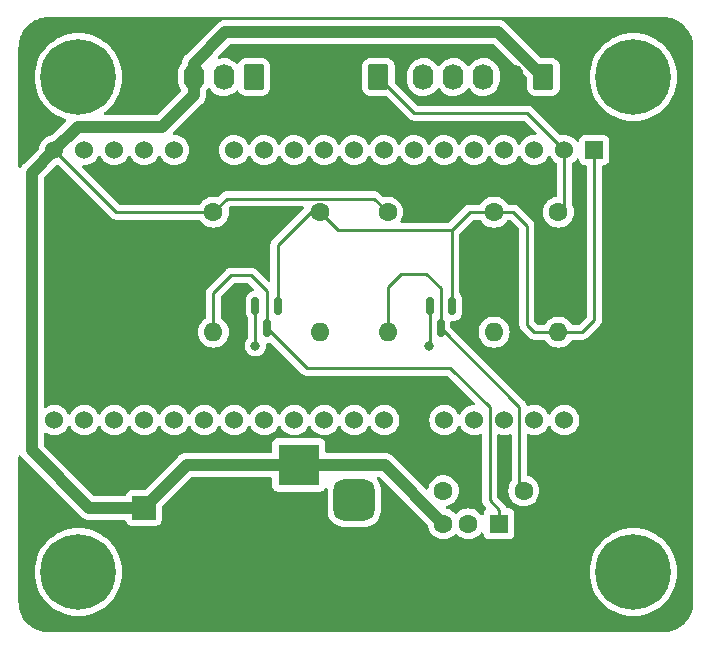
<source format=gbr>
%TF.GenerationSoftware,KiCad,Pcbnew,7.0.10*%
%TF.CreationDate,2026-01-21T09:32:35+08:00*%
%TF.ProjectId,KiCad_Esp32_LotNoDisplay,4b694361-645f-4457-9370-33325f4c6f74,rev?*%
%TF.SameCoordinates,Original*%
%TF.FileFunction,Copper,L1,Top*%
%TF.FilePolarity,Positive*%
%FSLAX46Y46*%
G04 Gerber Fmt 4.6, Leading zero omitted, Abs format (unit mm)*
G04 Created by KiCad (PCBNEW 7.0.10) date 2026-01-21 09:32:35*
%MOMM*%
%LPD*%
G01*
G04 APERTURE LIST*
G04 Aperture macros list*
%AMRoundRect*
0 Rectangle with rounded corners*
0 $1 Rounding radius*
0 $2 $3 $4 $5 $6 $7 $8 $9 X,Y pos of 4 corners*
0 Add a 4 corners polygon primitive as box body*
4,1,4,$2,$3,$4,$5,$6,$7,$8,$9,$2,$3,0*
0 Add four circle primitives for the rounded corners*
1,1,$1+$1,$2,$3*
1,1,$1+$1,$4,$5*
1,1,$1+$1,$6,$7*
1,1,$1+$1,$8,$9*
0 Add four rect primitives between the rounded corners*
20,1,$1+$1,$2,$3,$4,$5,0*
20,1,$1+$1,$4,$5,$6,$7,0*
20,1,$1+$1,$6,$7,$8,$9,0*
20,1,$1+$1,$8,$9,$2,$3,0*%
G04 Aperture macros list end*
%TA.AperFunction,ComponentPad*%
%ADD10C,0.800000*%
%TD*%
%TA.AperFunction,ComponentPad*%
%ADD11C,6.400000*%
%TD*%
%TA.AperFunction,ComponentPad*%
%ADD12C,1.600000*%
%TD*%
%TA.AperFunction,ComponentPad*%
%ADD13O,1.600000X1.600000*%
%TD*%
%TA.AperFunction,ComponentPad*%
%ADD14RoundRect,0.250000X0.620000X0.845000X-0.620000X0.845000X-0.620000X-0.845000X0.620000X-0.845000X0*%
%TD*%
%TA.AperFunction,ComponentPad*%
%ADD15O,1.740000X2.190000*%
%TD*%
%TA.AperFunction,ComponentPad*%
%ADD16R,3.500000X3.500000*%
%TD*%
%TA.AperFunction,ComponentPad*%
%ADD17RoundRect,0.750000X1.000000X-0.750000X1.000000X0.750000X-1.000000X0.750000X-1.000000X-0.750000X0*%
%TD*%
%TA.AperFunction,ComponentPad*%
%ADD18RoundRect,0.875000X0.875000X-0.875000X0.875000X0.875000X-0.875000X0.875000X-0.875000X-0.875000X0*%
%TD*%
%TA.AperFunction,SMDPad,CuDef*%
%ADD19RoundRect,0.150000X-0.150000X0.587500X-0.150000X-0.587500X0.150000X-0.587500X0.150000X0.587500X0*%
%TD*%
%TA.AperFunction,ComponentPad*%
%ADD20R,1.600000X1.600000*%
%TD*%
%TA.AperFunction,ComponentPad*%
%ADD21O,2.000000X3.500000*%
%TD*%
%TA.AperFunction,ComponentPad*%
%ADD22O,4.000000X2.000000*%
%TD*%
%TA.AperFunction,ComponentPad*%
%ADD23R,2.000000X2.000000*%
%TD*%
%TA.AperFunction,ComponentPad*%
%ADD24C,2.000000*%
%TD*%
%TA.AperFunction,ComponentPad*%
%ADD25C,1.530000*%
%TD*%
%TA.AperFunction,ComponentPad*%
%ADD26R,1.530000X1.530000*%
%TD*%
%TA.AperFunction,ViaPad*%
%ADD27C,0.800000*%
%TD*%
%TA.AperFunction,Conductor*%
%ADD28C,0.250000*%
%TD*%
%TA.AperFunction,Conductor*%
%ADD29C,1.000000*%
%TD*%
G04 APERTURE END LIST*
D10*
%TO.P,H3,1*%
%TO.N,N/C*%
X74087056Y-70692944D03*
X72390000Y-69990000D03*
D11*
X72390000Y-72390000D03*
D10*
X70692944Y-70692944D03*
X70692944Y-74087056D03*
X69990000Y-72390000D03*
X72390000Y-74790000D03*
X74087056Y-74087056D03*
X74790000Y-72390000D03*
%TD*%
D12*
%TO.P,R8,1*%
%TO.N,EN*%
X66040000Y-41910000D03*
D13*
%TO.P,R8,2*%
%TO.N,+3.3V*%
X66040000Y-52070000D03*
%TD*%
D14*
%TO.P,J4,1,Pin_1*%
%TO.N,EN*%
X50800000Y-30480000D03*
D15*
%TO.P,J4,2,Pin_2*%
%TO.N,GND*%
X48260000Y-30480000D03*
%TD*%
D14*
%TO.P,J5,1,Pin_1*%
%TO.N,SCL*%
X40259000Y-30480000D03*
D15*
%TO.P,J5,2,Pin_2*%
%TO.N,SDA*%
X37719000Y-30480000D03*
%TO.P,J5,3,Pin_3*%
%TO.N,+5V*%
X35179000Y-30480000D03*
%TO.P,J5,4,Pin_4*%
%TO.N,GND*%
X32639000Y-30480000D03*
%TD*%
D12*
%TO.P,R5,1*%
%TO.N,+3.3V*%
X45853332Y-41910000D03*
D13*
%TO.P,R5,2*%
%TO.N,PS2-Data*%
X45853332Y-52070000D03*
%TD*%
D16*
%TO.P,J3,1,Pin_1*%
%TO.N,+5V*%
X44058870Y-63311280D03*
D17*
%TO.P,J3,2,Pin_2*%
%TO.N,GND*%
X44058870Y-69311280D03*
D18*
%TO.P,J3,3*%
%TO.N,N/C*%
X48758870Y-66311280D03*
%TD*%
D10*
%TO.P,H1,1*%
%TO.N,N/C*%
X25400000Y-28080000D03*
X27097056Y-32177056D03*
X27800000Y-30480000D03*
X23000000Y-30480000D03*
X27097056Y-28782944D03*
X23702944Y-32177056D03*
X25400000Y-32880000D03*
D11*
X25400000Y-30480000D03*
D10*
X23702944Y-28782944D03*
%TD*%
D19*
%TO.P,Q1,1,G*%
%TO.N,+3.3V*%
X57029996Y-49862500D03*
%TO.P,Q1,2,S*%
%TO.N,PS2-CLK*%
X55129996Y-49862500D03*
%TO.P,Q1,3,D*%
%TO.N,Net-(J1-Pad5)*%
X56079996Y-51737500D03*
%TD*%
D20*
%TO.P,J1,1,Data*%
%TO.N,Net-(J1-Pad1)*%
X61007541Y-68302941D03*
D12*
%TO.P,J1,2*%
%TO.N,unconnected-(J1-Pad2)*%
X58407541Y-68302941D03*
%TO.P,J1,3,GND*%
%TO.N,GND*%
X63107541Y-68302941D03*
%TO.P,J1,4,+5V*%
%TO.N,+5V*%
X56307541Y-68302941D03*
%TO.P,J1,5,CLK*%
%TO.N,Net-(J1-Pad5)*%
X63107541Y-65502941D03*
%TO.P,J1,6*%
%TO.N,unconnected-(J1-Pad6)*%
X56307541Y-65502941D03*
D21*
%TO.P,J1,7,GND*%
%TO.N,GND*%
X52857541Y-71152941D03*
X66557541Y-71152941D03*
D22*
X59707541Y-71952941D03*
%TD*%
D10*
%TO.P,H2,1*%
%TO.N,N/C*%
X74087056Y-32177056D03*
X72390000Y-32880000D03*
X72390000Y-28080000D03*
X69990000Y-30480000D03*
D11*
X72390000Y-30480000D03*
D10*
X74087056Y-28782944D03*
X70692944Y-28782944D03*
X70692944Y-32177056D03*
X74790000Y-30480000D03*
%TD*%
D12*
%TO.P,R4,1*%
%TO.N,+5V*%
X36830000Y-41910000D03*
D13*
%TO.P,R4,2*%
%TO.N,Net-(J1-Pad1)*%
X36830000Y-52070000D03*
%TD*%
D12*
%TO.P,R2,1*%
%TO.N,+5V*%
X51568330Y-41910000D03*
D13*
%TO.P,R2,2*%
%TO.N,Net-(J1-Pad5)*%
X51568330Y-52070000D03*
%TD*%
D19*
%TO.P,Q2,1,G*%
%TO.N,+3.3V*%
X42291666Y-49862500D03*
%TO.P,Q2,2,S*%
%TO.N,PS2-Data*%
X40391666Y-49862500D03*
%TO.P,Q2,3,D*%
%TO.N,Net-(J1-Pad1)*%
X41341666Y-51737500D03*
%TD*%
D23*
%TO.P,C1,1*%
%TO.N,+5V*%
X30927924Y-66955043D03*
D24*
%TO.P,C1,2*%
%TO.N,GND*%
X35927924Y-66955043D03*
%TD*%
D10*
%TO.P,H4,1*%
%TO.N,N/C*%
X23702944Y-70692944D03*
X27800000Y-72390000D03*
X27097056Y-70692944D03*
X25400000Y-69990000D03*
X23702944Y-74087056D03*
X27097056Y-74087056D03*
D11*
X25400000Y-72390000D03*
D10*
X23000000Y-72390000D03*
X25400000Y-74790000D03*
%TD*%
D14*
%TO.P,J2,1,Pin_1*%
%TO.N,+5V*%
X64770000Y-30480000D03*
D15*
%TO.P,J2,2,Pin_2*%
%TO.N,GND*%
X62230000Y-30480000D03*
%TO.P,J2,3,Pin_3*%
%TO.N,DIN*%
X59690000Y-30480000D03*
%TO.P,J2,4,Pin_4*%
%TO.N,CS*%
X57150000Y-30480000D03*
%TO.P,J2,5,Pin_5*%
%TO.N,CLK*%
X54610000Y-30480000D03*
%TD*%
D25*
%TO.P,U2,38,GND3*%
%TO.N,GND*%
X69085475Y-59518806D03*
%TO.P,U2,37,IO23*%
%TO.N,DIN*%
X66545475Y-59518806D03*
%TO.P,U2,36,IO22*%
%TO.N,SCL*%
X64005475Y-59518806D03*
%TO.P,U2,35,TXD0*%
%TO.N,unconnected-(U2-Pad35)*%
X61465475Y-59518806D03*
%TO.P,U2,34,RXD0*%
%TO.N,unconnected-(U2-Pad34)*%
X58925475Y-59518806D03*
%TO.P,U2,33,IO21*%
%TO.N,SDA*%
X56385475Y-59518806D03*
%TO.P,U2,32,GND2*%
%TO.N,GND*%
X53845475Y-59518806D03*
%TO.P,U2,31,IO19*%
%TO.N,unconnected-(U2-Pad31)*%
X51305475Y-59518806D03*
%TO.P,U2,30,IO18*%
%TO.N,CLK*%
X48765475Y-59518806D03*
%TO.P,U2,29,IO5*%
%TO.N,CS*%
X46225475Y-59518806D03*
%TO.P,U2,28,IO17*%
%TO.N,unconnected-(U2-Pad28)*%
X43685475Y-59518806D03*
%TO.P,U2,27,IO16*%
%TO.N,unconnected-(U2-Pad27)*%
X41145475Y-59518806D03*
%TO.P,U2,26,IO4*%
%TO.N,unconnected-(U2-Pad26)*%
X38605475Y-59518806D03*
%TO.P,U2,25,IO0*%
%TO.N,unconnected-(U2-Pad25)*%
X36065475Y-59518806D03*
%TO.P,U2,24,IO2*%
%TO.N,unconnected-(U2-Pad24)*%
X33525475Y-59518806D03*
%TO.P,U2,23,IO15*%
%TO.N,unconnected-(U2-Pad23)*%
X30985475Y-59518806D03*
%TO.P,U2,22,SD1*%
%TO.N,unconnected-(U2-Pad22)*%
X28445475Y-59518806D03*
%TO.P,U2,21,SD0*%
%TO.N,unconnected-(U2-Pad21)*%
X25905475Y-59518806D03*
%TO.P,U2,20,CLK*%
%TO.N,unconnected-(U2-Pad20)*%
X23365475Y-59518806D03*
%TO.P,U2,19,EXT_5V*%
%TO.N,+5V*%
X23355475Y-36658806D03*
%TO.P,U2,18,CMD*%
%TO.N,unconnected-(U2-Pad18)*%
X25895475Y-36658806D03*
%TO.P,U2,17,SD3*%
%TO.N,unconnected-(U2-Pad17)*%
X28435475Y-36658806D03*
%TO.P,U2,16,SD2*%
%TO.N,unconnected-(U2-Pad16)*%
X30975475Y-36658806D03*
%TO.P,U2,15,IO13*%
%TO.N,unconnected-(U2-Pad15)*%
X33515475Y-36658806D03*
%TO.P,U2,14,GND1*%
%TO.N,GND*%
X36055475Y-36658806D03*
%TO.P,U2,13,IO12*%
%TO.N,unconnected-(U2-Pad13)*%
X38595475Y-36658806D03*
%TO.P,U2,12,IO14*%
%TO.N,unconnected-(U2-Pad12)*%
X41135475Y-36658806D03*
%TO.P,U2,11,IO27*%
%TO.N,unconnected-(U2-Pad11)*%
X43675475Y-36658806D03*
%TO.P,U2,10,IO26*%
%TO.N,unconnected-(U2-Pad10)*%
X46215475Y-36658806D03*
%TO.P,U2,9,IO25*%
%TO.N,unconnected-(U2-Pad9)*%
X48755475Y-36658806D03*
%TO.P,U2,8,IO33*%
%TO.N,unconnected-(U2-Pad8)*%
X51295475Y-36658806D03*
%TO.P,U2,7,IO32*%
%TO.N,unconnected-(U2-Pad7)*%
X53835475Y-36658806D03*
%TO.P,U2,6,IO35*%
%TO.N,unconnected-(U2-Pad6)*%
X56375475Y-36658806D03*
%TO.P,U2,5,IO34*%
%TO.N,unconnected-(U2-Pad5)*%
X58915475Y-36658806D03*
%TO.P,U2,4,IO39*%
%TO.N,PS2-CLK*%
X61455475Y-36658806D03*
%TO.P,U2,3,IO36*%
%TO.N,PS2-Data*%
X63995475Y-36658806D03*
%TO.P,U2,2,EN*%
%TO.N,EN*%
X66535475Y-36658806D03*
D26*
%TO.P,U2,1,3V3*%
%TO.N,+3.3V*%
X69075475Y-36658806D03*
%TD*%
D12*
%TO.P,R3,1*%
%TO.N,+3.3V*%
X60591662Y-41910000D03*
D13*
%TO.P,R3,2*%
%TO.N,PS2-CLK*%
X60591662Y-52070000D03*
%TD*%
D27*
%TO.N,PS2-CLK*%
X55118000Y-53213000D03*
%TO.N,PS2-Data*%
X40386000Y-53213000D03*
%TD*%
D28*
%TO.N,Net-(J1-Pad1)*%
X44722166Y-55118000D02*
X41341666Y-51737500D01*
X56896000Y-55118000D02*
X44722166Y-55118000D01*
X60223526Y-66319526D02*
X60223526Y-58445526D01*
X61007541Y-67103541D02*
X60223526Y-66319526D01*
X60223526Y-58445526D02*
X56896000Y-55118000D01*
X61007541Y-68302941D02*
X61007541Y-67103541D01*
%TO.N,+5V*%
X36830000Y-41910000D02*
X28606669Y-41910000D01*
D29*
X32496529Y-34686471D02*
X35179000Y-32004000D01*
X21452799Y-62092799D02*
X21452799Y-38561482D01*
X35179000Y-29337000D02*
X37846000Y-26670000D01*
D28*
X28606669Y-41910000D02*
X23355475Y-36658806D01*
D29*
X37846000Y-26670000D02*
X60960000Y-26670000D01*
X23355475Y-36658806D02*
X25327810Y-34686471D01*
X21452799Y-38561482D02*
X23355475Y-36658806D01*
X30927924Y-66955043D02*
X26315043Y-66955043D01*
X35179000Y-32004000D02*
X35179000Y-30480000D01*
X51315880Y-63311280D02*
X56307541Y-68302941D01*
X44058870Y-63311280D02*
X34571687Y-63311280D01*
D28*
X36830000Y-41910000D02*
X37955000Y-40785000D01*
D29*
X25327810Y-34686471D02*
X32496529Y-34686471D01*
X44058870Y-63311280D02*
X51315880Y-63311280D01*
D28*
X37955000Y-40785000D02*
X50443330Y-40785000D01*
D29*
X35179000Y-30480000D02*
X35179000Y-29337000D01*
X26315043Y-66955043D02*
X21452799Y-62092799D01*
D28*
X50443330Y-40785000D02*
X51568330Y-41910000D01*
D29*
X60960000Y-26670000D02*
X64770000Y-30480000D01*
X34571687Y-63311280D02*
X30927924Y-66955043D01*
D28*
%TO.N,+3.3V*%
X42291666Y-44703334D02*
X45085000Y-41910000D01*
X58547000Y-41910000D02*
X60591662Y-41910000D01*
X63373000Y-51435000D02*
X64008000Y-52070000D01*
X57023000Y-43434000D02*
X58547000Y-41910000D01*
X57029996Y-43427004D02*
X58547000Y-41910000D01*
X57029996Y-49862500D02*
X57029996Y-43427004D01*
X63373000Y-43053000D02*
X63373000Y-51435000D01*
X62230000Y-41910000D02*
X63373000Y-43053000D01*
X45853332Y-41910000D02*
X47377332Y-43434000D01*
X69075475Y-51066525D02*
X69075475Y-36658806D01*
X64008000Y-52070000D02*
X66040000Y-52070000D01*
X60591662Y-41910000D02*
X62230000Y-41910000D01*
X68072000Y-52070000D02*
X69075475Y-51066525D01*
X66040000Y-52070000D02*
X68072000Y-52070000D01*
X45085000Y-41910000D02*
X45853332Y-41910000D01*
X42291666Y-49862500D02*
X42291666Y-44703334D01*
X47377332Y-43434000D02*
X57023000Y-43434000D01*
%TO.N,PS2-CLK*%
X55129996Y-53201004D02*
X55118000Y-53213000D01*
X55129996Y-49862500D02*
X55129996Y-53201004D01*
%TO.N,PS2-Data*%
X40391666Y-49862500D02*
X40391666Y-53207334D01*
X40391666Y-53207334D02*
X40386000Y-53213000D01*
%TO.N,EN*%
X66535475Y-41414525D02*
X66040000Y-41910000D01*
X63404669Y-33528000D02*
X66535475Y-36658806D01*
X53848000Y-33528000D02*
X63404669Y-33528000D01*
X66535475Y-36658806D02*
X66535475Y-41414525D01*
X50800000Y-30480000D02*
X53848000Y-33528000D01*
%TO.N,Net-(J1-Pad1)*%
X40005000Y-47244000D02*
X38354000Y-47244000D01*
X38354000Y-47244000D02*
X36830000Y-48768000D01*
X41341666Y-48580666D02*
X40005000Y-47244000D01*
X36830000Y-48768000D02*
X36830000Y-52070000D01*
X41341666Y-51737500D02*
X41341666Y-48580666D01*
%TO.N,Net-(J1-Pad5)*%
X62714041Y-58371545D02*
X56079996Y-51737500D01*
X56079996Y-51737500D02*
X56079996Y-48332996D01*
X51568330Y-48253670D02*
X51568330Y-52070000D01*
X62714041Y-65109441D02*
X62714041Y-58371545D01*
X52705000Y-47117000D02*
X51568330Y-48253670D01*
X63107541Y-65502941D02*
X62714041Y-65109441D01*
X56079996Y-48332996D02*
X54864000Y-47117000D01*
X54864000Y-47117000D02*
X52705000Y-47117000D01*
%TD*%
%TA.AperFunction,Conductor*%
%TO.N,GND*%
G36*
X74933525Y-25400697D02*
G01*
X75045674Y-25406996D01*
X75214224Y-25417192D01*
X75227707Y-25418740D01*
X75359684Y-25441164D01*
X75361061Y-25441407D01*
X75506104Y-25467988D01*
X75518250Y-25470842D01*
X75650720Y-25509006D01*
X75653297Y-25509779D01*
X75790072Y-25552400D01*
X75800774Y-25556275D01*
X75880227Y-25589186D01*
X75929674Y-25609668D01*
X75933122Y-25611157D01*
X76058723Y-25667685D01*
X76062217Y-25669258D01*
X76071451Y-25673878D01*
X76194350Y-25741802D01*
X76198487Y-25744194D01*
X76318926Y-25817002D01*
X76326638Y-25822059D01*
X76441509Y-25903564D01*
X76446285Y-25907127D01*
X76556702Y-25993633D01*
X76562955Y-25998867D01*
X76668086Y-26092817D01*
X76673222Y-26097673D01*
X76772325Y-26196776D01*
X76777181Y-26201912D01*
X76871131Y-26307043D01*
X76876365Y-26313296D01*
X76962871Y-26423713D01*
X76966447Y-26428506D01*
X77047929Y-26543344D01*
X77052996Y-26551072D01*
X77125780Y-26671470D01*
X77128216Y-26675682D01*
X77153940Y-26722226D01*
X77196120Y-26798547D01*
X77200740Y-26807781D01*
X77258821Y-26936830D01*
X77260330Y-26940324D01*
X77313719Y-27069214D01*
X77317606Y-27079948D01*
X77360215Y-27216688D01*
X77360996Y-27219292D01*
X77399153Y-27351738D01*
X77402013Y-27363907D01*
X77428570Y-27508822D01*
X77428854Y-27510428D01*
X77451257Y-27642284D01*
X77452807Y-27655782D01*
X77462990Y-27824127D01*
X77463022Y-27824669D01*
X77469302Y-27936473D01*
X77469500Y-27943539D01*
X77469500Y-74926460D01*
X77469302Y-74933526D01*
X77463022Y-75045329D01*
X77462990Y-75045871D01*
X77452807Y-75214216D01*
X77451257Y-75227714D01*
X77428854Y-75359570D01*
X77428570Y-75361176D01*
X77402013Y-75506091D01*
X77399153Y-75518260D01*
X77360996Y-75650706D01*
X77360215Y-75653310D01*
X77317606Y-75790050D01*
X77313719Y-75800784D01*
X77260330Y-75929674D01*
X77258821Y-75933168D01*
X77200740Y-76062217D01*
X77196120Y-76071451D01*
X77128231Y-76194290D01*
X77125780Y-76198528D01*
X77052996Y-76318926D01*
X77047929Y-76326654D01*
X76966447Y-76441492D01*
X76962871Y-76446285D01*
X76876365Y-76556702D01*
X76871131Y-76562955D01*
X76777181Y-76668086D01*
X76772325Y-76673222D01*
X76673222Y-76772325D01*
X76668086Y-76777181D01*
X76562955Y-76871131D01*
X76556702Y-76876365D01*
X76446285Y-76962871D01*
X76441492Y-76966447D01*
X76326654Y-77047929D01*
X76318926Y-77052996D01*
X76198528Y-77125780D01*
X76194290Y-77128231D01*
X76071451Y-77196120D01*
X76062217Y-77200740D01*
X75933168Y-77258821D01*
X75929674Y-77260330D01*
X75800784Y-77313719D01*
X75790050Y-77317606D01*
X75653310Y-77360215D01*
X75650706Y-77360996D01*
X75518260Y-77399153D01*
X75506091Y-77402013D01*
X75361176Y-77428570D01*
X75359570Y-77428854D01*
X75227714Y-77451257D01*
X75214216Y-77452807D01*
X75045871Y-77462990D01*
X75045329Y-77463022D01*
X74939992Y-77468938D01*
X74933524Y-77469302D01*
X74926461Y-77469500D01*
X22863539Y-77469500D01*
X22856475Y-77469302D01*
X22849383Y-77468903D01*
X22744669Y-77463022D01*
X22744127Y-77462990D01*
X22575782Y-77452807D01*
X22562284Y-77451257D01*
X22430428Y-77428854D01*
X22428822Y-77428570D01*
X22283907Y-77402013D01*
X22271738Y-77399153D01*
X22139292Y-77360996D01*
X22136688Y-77360215D01*
X21999948Y-77317606D01*
X21989214Y-77313719D01*
X21860324Y-77260330D01*
X21856830Y-77258821D01*
X21727781Y-77200740D01*
X21718547Y-77196120D01*
X21642226Y-77153940D01*
X21595682Y-77128216D01*
X21591470Y-77125780D01*
X21471072Y-77052996D01*
X21463344Y-77047929D01*
X21348506Y-76966447D01*
X21343713Y-76962871D01*
X21233296Y-76876365D01*
X21227043Y-76871131D01*
X21121912Y-76777181D01*
X21116776Y-76772325D01*
X21017673Y-76673222D01*
X21012817Y-76668086D01*
X20918867Y-76562955D01*
X20913633Y-76556702D01*
X20827127Y-76446285D01*
X20823564Y-76441509D01*
X20742059Y-76326638D01*
X20737002Y-76318926D01*
X20664194Y-76198487D01*
X20661802Y-76194350D01*
X20593878Y-76071451D01*
X20589258Y-76062217D01*
X20571355Y-76022438D01*
X20531157Y-75933122D01*
X20529668Y-75929674D01*
X20476279Y-75800784D01*
X20472400Y-75790072D01*
X20429779Y-75653297D01*
X20429002Y-75650706D01*
X20424307Y-75634409D01*
X20390842Y-75518250D01*
X20387988Y-75506104D01*
X20361407Y-75361061D01*
X20361164Y-75359684D01*
X20338740Y-75227707D01*
X20337191Y-75214216D01*
X20326996Y-75045675D01*
X20320697Y-74933525D01*
X20320500Y-74926462D01*
X20320500Y-72390006D01*
X21686411Y-72390006D01*
X21706752Y-72778167D01*
X21767561Y-73162097D01*
X21868168Y-73537568D01*
X22007463Y-73900443D01*
X22007467Y-73900451D01*
X22183938Y-74246795D01*
X22395637Y-74572785D01*
X22395649Y-74572802D01*
X22640253Y-74874862D01*
X22640267Y-74874877D01*
X22915122Y-75149732D01*
X22915137Y-75149746D01*
X23217197Y-75394350D01*
X23217214Y-75394362D01*
X23372326Y-75495092D01*
X23543205Y-75606062D01*
X23889547Y-75782532D01*
X23889551Y-75782533D01*
X23889556Y-75782536D01*
X24252431Y-75921831D01*
X24252436Y-75921832D01*
X24252438Y-75921833D01*
X24627901Y-76022438D01*
X25011824Y-76083246D01*
X25011826Y-76083246D01*
X25011832Y-76083247D01*
X25399994Y-76103589D01*
X25400000Y-76103589D01*
X25400006Y-76103589D01*
X25788167Y-76083247D01*
X25788171Y-76083246D01*
X25788176Y-76083246D01*
X26172099Y-76022438D01*
X26547562Y-75921833D01*
X26547565Y-75921831D01*
X26547568Y-75921831D01*
X26910443Y-75782536D01*
X26910444Y-75782535D01*
X26910453Y-75782532D01*
X27256795Y-75606062D01*
X27582793Y-75394357D01*
X27623910Y-75361061D01*
X27884862Y-75149746D01*
X27884867Y-75149740D01*
X27884876Y-75149734D01*
X28159734Y-74874876D01*
X28159740Y-74874867D01*
X28159746Y-74874862D01*
X28404350Y-74572802D01*
X28404351Y-74572799D01*
X28404357Y-74572793D01*
X28616062Y-74246795D01*
X28792532Y-73900453D01*
X28931833Y-73537562D01*
X29032438Y-73162099D01*
X29093246Y-72778176D01*
X29093246Y-72778171D01*
X29093247Y-72778167D01*
X29113589Y-72390006D01*
X68676411Y-72390006D01*
X68696752Y-72778167D01*
X68757561Y-73162097D01*
X68858168Y-73537568D01*
X68997463Y-73900443D01*
X68997467Y-73900451D01*
X69173938Y-74246795D01*
X69385637Y-74572785D01*
X69385649Y-74572802D01*
X69630253Y-74874862D01*
X69630267Y-74874877D01*
X69905122Y-75149732D01*
X69905137Y-75149746D01*
X70207197Y-75394350D01*
X70207214Y-75394362D01*
X70362326Y-75495092D01*
X70533205Y-75606062D01*
X70879547Y-75782532D01*
X70879551Y-75782533D01*
X70879556Y-75782536D01*
X71242431Y-75921831D01*
X71242436Y-75921832D01*
X71242438Y-75921833D01*
X71617901Y-76022438D01*
X72001824Y-76083246D01*
X72001826Y-76083246D01*
X72001832Y-76083247D01*
X72389994Y-76103589D01*
X72390000Y-76103589D01*
X72390006Y-76103589D01*
X72778167Y-76083247D01*
X72778171Y-76083246D01*
X72778176Y-76083246D01*
X73162099Y-76022438D01*
X73537562Y-75921833D01*
X73537565Y-75921831D01*
X73537568Y-75921831D01*
X73900443Y-75782536D01*
X73900444Y-75782535D01*
X73900453Y-75782532D01*
X74246795Y-75606062D01*
X74572793Y-75394357D01*
X74613910Y-75361061D01*
X74874862Y-75149746D01*
X74874867Y-75149740D01*
X74874876Y-75149734D01*
X75149734Y-74874876D01*
X75149740Y-74874867D01*
X75149746Y-74874862D01*
X75394350Y-74572802D01*
X75394351Y-74572799D01*
X75394357Y-74572793D01*
X75606062Y-74246795D01*
X75782532Y-73900453D01*
X75921833Y-73537562D01*
X76022438Y-73162099D01*
X76083246Y-72778176D01*
X76083246Y-72778171D01*
X76083247Y-72778167D01*
X76103589Y-72390006D01*
X76103589Y-72389993D01*
X76083247Y-72001832D01*
X76022438Y-71617902D01*
X75921831Y-71242431D01*
X75782536Y-70879556D01*
X75782532Y-70879548D01*
X75782532Y-70879547D01*
X75606062Y-70533206D01*
X75394357Y-70207207D01*
X75394354Y-70207203D01*
X75394352Y-70207200D01*
X75149746Y-69905137D01*
X75149732Y-69905122D01*
X74874877Y-69630267D01*
X74874862Y-69630253D01*
X74572802Y-69385649D01*
X74572785Y-69385637D01*
X74246795Y-69173938D01*
X73900451Y-68997467D01*
X73900443Y-68997463D01*
X73537568Y-68858168D01*
X73162097Y-68757561D01*
X72778167Y-68696752D01*
X72390006Y-68676411D01*
X72389994Y-68676411D01*
X72001832Y-68696752D01*
X71617902Y-68757561D01*
X71242431Y-68858168D01*
X70879556Y-68997463D01*
X70879548Y-68997467D01*
X70533205Y-69173938D01*
X70207203Y-69385645D01*
X70207200Y-69385647D01*
X69905137Y-69630253D01*
X69905122Y-69630267D01*
X69630267Y-69905122D01*
X69630253Y-69905137D01*
X69385647Y-70207200D01*
X69385645Y-70207203D01*
X69173938Y-70533205D01*
X68997467Y-70879548D01*
X68997463Y-70879556D01*
X68858168Y-71242431D01*
X68757561Y-71617902D01*
X68696752Y-72001832D01*
X68676411Y-72389993D01*
X68676411Y-72390006D01*
X29113589Y-72390006D01*
X29113589Y-72389993D01*
X29093247Y-72001832D01*
X29032438Y-71617902D01*
X28931831Y-71242431D01*
X28792536Y-70879556D01*
X28792532Y-70879548D01*
X28792532Y-70879547D01*
X28616062Y-70533206D01*
X28404357Y-70207207D01*
X28404354Y-70207203D01*
X28404352Y-70207200D01*
X28159746Y-69905137D01*
X28159732Y-69905122D01*
X27884877Y-69630267D01*
X27884862Y-69630253D01*
X27582802Y-69385649D01*
X27582785Y-69385637D01*
X27256795Y-69173938D01*
X26910451Y-68997467D01*
X26910443Y-68997463D01*
X26547568Y-68858168D01*
X26172097Y-68757561D01*
X25788167Y-68696752D01*
X25400006Y-68676411D01*
X25399994Y-68676411D01*
X25011832Y-68696752D01*
X24627902Y-68757561D01*
X24252431Y-68858168D01*
X23889556Y-68997463D01*
X23889548Y-68997467D01*
X23543205Y-69173938D01*
X23217203Y-69385645D01*
X23217200Y-69385647D01*
X22915137Y-69630253D01*
X22915122Y-69630267D01*
X22640267Y-69905122D01*
X22640253Y-69905137D01*
X22395647Y-70207200D01*
X22395645Y-70207203D01*
X22183938Y-70533205D01*
X22007467Y-70879548D01*
X22007463Y-70879556D01*
X21868168Y-71242431D01*
X21767561Y-71617902D01*
X21706752Y-72001832D01*
X21686411Y-72389993D01*
X21686411Y-72390006D01*
X20320500Y-72390006D01*
X20320500Y-62616824D01*
X20340502Y-62548703D01*
X20394158Y-62502210D01*
X20464432Y-62492106D01*
X20529012Y-62521600D01*
X20557620Y-62557426D01*
X20610204Y-62655803D01*
X20736231Y-62809367D01*
X20769948Y-62837038D01*
X20779097Y-62845331D01*
X25562505Y-67628739D01*
X25570809Y-67637900D01*
X25598476Y-67671613D01*
X25665597Y-67726696D01*
X25665598Y-67726698D01*
X25665599Y-67726698D01*
X25752039Y-67797638D01*
X25927239Y-67891284D01*
X26117342Y-67948951D01*
X26117346Y-67948951D01*
X26117348Y-67948952D01*
X26315040Y-67968423D01*
X26315043Y-67968423D01*
X26315045Y-67968423D01*
X26343175Y-67965652D01*
X26358428Y-67964149D01*
X26370777Y-67963543D01*
X29302443Y-67963543D01*
X29370564Y-67983545D01*
X29417057Y-68037201D01*
X29425065Y-68060565D01*
X29425934Y-68064243D01*
X29477034Y-68201245D01*
X29477036Y-68201250D01*
X29564662Y-68318304D01*
X29681716Y-68405930D01*
X29681718Y-68405931D01*
X29681720Y-68405932D01*
X29736824Y-68426485D01*
X29818719Y-68457031D01*
X29818727Y-68457033D01*
X29879274Y-68463542D01*
X29879279Y-68463542D01*
X29879286Y-68463543D01*
X29879292Y-68463543D01*
X31976556Y-68463543D01*
X31976562Y-68463543D01*
X31976569Y-68463542D01*
X31976573Y-68463542D01*
X32037120Y-68457033D01*
X32037123Y-68457032D01*
X32037125Y-68457032D01*
X32038906Y-68456368D01*
X32085215Y-68439095D01*
X32174128Y-68405932D01*
X32189993Y-68394056D01*
X32291185Y-68318304D01*
X32378811Y-68201250D01*
X32378811Y-68201249D01*
X32378813Y-68201247D01*
X32429913Y-68064244D01*
X32432821Y-68037201D01*
X32436423Y-68003692D01*
X32436424Y-68003675D01*
X32436424Y-66924967D01*
X32456426Y-66856846D01*
X32473329Y-66835872D01*
X34952516Y-64356685D01*
X35014828Y-64322659D01*
X35041611Y-64319780D01*
X41674370Y-64319780D01*
X41742491Y-64339782D01*
X41788984Y-64393438D01*
X41800370Y-64445780D01*
X41800370Y-65109929D01*
X41806879Y-65170476D01*
X41806881Y-65170484D01*
X41857980Y-65307482D01*
X41857982Y-65307487D01*
X41945608Y-65424541D01*
X42062662Y-65512167D01*
X42062664Y-65512168D01*
X42062666Y-65512169D01*
X42121745Y-65534204D01*
X42199665Y-65563268D01*
X42199673Y-65563270D01*
X42260220Y-65569779D01*
X42260225Y-65569779D01*
X42260232Y-65569780D01*
X42260238Y-65569780D01*
X45857502Y-65569780D01*
X45857508Y-65569780D01*
X45857515Y-65569779D01*
X45857519Y-65569779D01*
X45918066Y-65563270D01*
X45918069Y-65563269D01*
X45918071Y-65563269D01*
X46055074Y-65512169D01*
X46065780Y-65504155D01*
X46172131Y-65424541D01*
X46214985Y-65367295D01*
X46259759Y-65307484D01*
X46259759Y-65307481D01*
X46263780Y-65300120D01*
X46313979Y-65249915D01*
X46383353Y-65234821D01*
X46449874Y-65259628D01*
X46492424Y-65316462D01*
X46500370Y-65360500D01*
X46500370Y-67280439D01*
X46500371Y-67280450D01*
X46503181Y-67333372D01*
X46542900Y-67538743D01*
X46547901Y-67564597D01*
X46631052Y-67784932D01*
X46631054Y-67784937D01*
X46750243Y-67988046D01*
X46902050Y-68168099D01*
X47082103Y-68319906D01*
X47285212Y-68439095D01*
X47285214Y-68439096D01*
X47285218Y-68439098D01*
X47505556Y-68522250D01*
X47736778Y-68566969D01*
X47789699Y-68569780D01*
X49728040Y-68569779D01*
X49780962Y-68566969D01*
X50012184Y-68522250D01*
X50232522Y-68439098D01*
X50435638Y-68319905D01*
X50615689Y-68168099D01*
X50767495Y-67988048D01*
X50886688Y-67784932D01*
X50969840Y-67564594D01*
X51014559Y-67333372D01*
X51017370Y-67280451D01*
X51017369Y-65342110D01*
X51014559Y-65289188D01*
X50969840Y-65057966D01*
X50886688Y-64837628D01*
X50886686Y-64837624D01*
X50886685Y-64837622D01*
X50767496Y-64634513D01*
X50676848Y-64526999D01*
X50648230Y-64462025D01*
X50659282Y-64391894D01*
X50706495Y-64338872D01*
X50773178Y-64319780D01*
X50845956Y-64319780D01*
X50914077Y-64339782D01*
X50935051Y-64356685D01*
X54972422Y-68394056D01*
X55006448Y-68456368D01*
X55008847Y-68472167D01*
X55013996Y-68531019D01*
X55013997Y-68531024D01*
X55073256Y-68752181D01*
X55073258Y-68752187D01*
X55170018Y-68959690D01*
X55196470Y-68997468D01*
X55301343Y-69147241D01*
X55463241Y-69309139D01*
X55650792Y-69440464D01*
X55858298Y-69537225D01*
X56079454Y-69596484D01*
X56307541Y-69616439D01*
X56535628Y-69596484D01*
X56756784Y-69537225D01*
X56964290Y-69440464D01*
X57151841Y-69309139D01*
X57268446Y-69192534D01*
X57330758Y-69158508D01*
X57401573Y-69163573D01*
X57446636Y-69192534D01*
X57563241Y-69309139D01*
X57750792Y-69440464D01*
X57958298Y-69537225D01*
X58179454Y-69596484D01*
X58407541Y-69616439D01*
X58635628Y-69596484D01*
X58856784Y-69537225D01*
X59064290Y-69440464D01*
X59251841Y-69309139D01*
X59413739Y-69147241D01*
X59469828Y-69067138D01*
X59525285Y-69022810D01*
X59595905Y-69015501D01*
X59659265Y-69047532D01*
X59695250Y-69108733D01*
X59699041Y-69139409D01*
X59699041Y-69151590D01*
X59705550Y-69212137D01*
X59705552Y-69212145D01*
X59756651Y-69349143D01*
X59756653Y-69349148D01*
X59844279Y-69466202D01*
X59961333Y-69553828D01*
X59961335Y-69553829D01*
X59961337Y-69553830D01*
X60020416Y-69575865D01*
X60098336Y-69604929D01*
X60098344Y-69604931D01*
X60158891Y-69611440D01*
X60158896Y-69611440D01*
X60158903Y-69611441D01*
X60158909Y-69611441D01*
X61856173Y-69611441D01*
X61856179Y-69611441D01*
X61856186Y-69611440D01*
X61856190Y-69611440D01*
X61916737Y-69604931D01*
X61916740Y-69604930D01*
X61916742Y-69604930D01*
X62053745Y-69553830D01*
X62075930Y-69537223D01*
X62170802Y-69466202D01*
X62258428Y-69349148D01*
X62258428Y-69349147D01*
X62258430Y-69349145D01*
X62309530Y-69212142D01*
X62313638Y-69173938D01*
X62316040Y-69151590D01*
X62316041Y-69151573D01*
X62316041Y-67454308D01*
X62316040Y-67454291D01*
X62309531Y-67393744D01*
X62309529Y-67393736D01*
X62273352Y-67296745D01*
X62258430Y-67256737D01*
X62258429Y-67256735D01*
X62258428Y-67256733D01*
X62170802Y-67139679D01*
X62053748Y-67052053D01*
X62053743Y-67052051D01*
X61916745Y-67000952D01*
X61916737Y-67000950D01*
X61856190Y-66994441D01*
X61856179Y-66994441D01*
X61731321Y-66994441D01*
X61663200Y-66974439D01*
X61616707Y-66920783D01*
X61614171Y-66914829D01*
X61613423Y-66912942D01*
X61609741Y-66903640D01*
X61605897Y-66892413D01*
X61593560Y-66849948D01*
X61583244Y-66832505D01*
X61574546Y-66814750D01*
X61567093Y-66795924D01*
X61541104Y-66760153D01*
X61534593Y-66750241D01*
X61512083Y-66712179D01*
X61497755Y-66697851D01*
X61484925Y-66682830D01*
X61473013Y-66666434D01*
X61473010Y-66666432D01*
X61473010Y-66666431D01*
X61438941Y-66638246D01*
X61430162Y-66630258D01*
X60893930Y-66094025D01*
X60859905Y-66031713D01*
X60857026Y-66004930D01*
X60857026Y-60837703D01*
X60877028Y-60769582D01*
X60930684Y-60723089D01*
X61000958Y-60712985D01*
X61026122Y-60719302D01*
X61028238Y-60720071D01*
X61028248Y-60720076D01*
X61243489Y-60777750D01*
X61465475Y-60797171D01*
X61687461Y-60777750D01*
X61902702Y-60720076D01*
X61902709Y-60720072D01*
X61907872Y-60718194D01*
X61908405Y-60719658D01*
X61971455Y-60710068D01*
X62036274Y-60739034D01*
X62075144Y-60798445D01*
X62080541Y-60834928D01*
X62080541Y-64648621D01*
X62060539Y-64716742D01*
X62057754Y-64720892D01*
X61970018Y-64846191D01*
X61873258Y-65053694D01*
X61873256Y-65053700D01*
X61841966Y-65170476D01*
X61813998Y-65274854D01*
X61794043Y-65502941D01*
X61801815Y-65591781D01*
X61813998Y-65731027D01*
X61873256Y-65952181D01*
X61873258Y-65952187D01*
X61970018Y-66159690D01*
X62088908Y-66329483D01*
X62101343Y-66347241D01*
X62263241Y-66509139D01*
X62450792Y-66640464D01*
X62658298Y-66737225D01*
X62879454Y-66796484D01*
X63107541Y-66816439D01*
X63335628Y-66796484D01*
X63556784Y-66737225D01*
X63764290Y-66640464D01*
X63951841Y-66509139D01*
X64113739Y-66347241D01*
X64245064Y-66159690D01*
X64341825Y-65952184D01*
X64401084Y-65731028D01*
X64421039Y-65502941D01*
X64401084Y-65274854D01*
X64341825Y-65053698D01*
X64245064Y-64846192D01*
X64113739Y-64658641D01*
X63951841Y-64496743D01*
X63764290Y-64365418D01*
X63690836Y-64331166D01*
X63556787Y-64268658D01*
X63556773Y-64268653D01*
X63440929Y-64237612D01*
X63380306Y-64200660D01*
X63349285Y-64136799D01*
X63347541Y-64115906D01*
X63347541Y-60814939D01*
X63367543Y-60746818D01*
X63421199Y-60700325D01*
X63491473Y-60690221D01*
X63526788Y-60700743D01*
X63568248Y-60720076D01*
X63783489Y-60777750D01*
X64005475Y-60797171D01*
X64227461Y-60777750D01*
X64442702Y-60720076D01*
X64644658Y-60625903D01*
X64827192Y-60498090D01*
X64984759Y-60340523D01*
X65112572Y-60157989D01*
X65161280Y-60053534D01*
X65208197Y-60000248D01*
X65276474Y-59980787D01*
X65344434Y-60001328D01*
X65389670Y-60053534D01*
X65438375Y-60157984D01*
X65438377Y-60157987D01*
X65566193Y-60340526D01*
X65723754Y-60498087D01*
X65723757Y-60498089D01*
X65723758Y-60498090D01*
X65906292Y-60625903D01*
X66108248Y-60720076D01*
X66323489Y-60777750D01*
X66545475Y-60797171D01*
X66767461Y-60777750D01*
X66982702Y-60720076D01*
X67184658Y-60625903D01*
X67367192Y-60498090D01*
X67524759Y-60340523D01*
X67652572Y-60157989D01*
X67746745Y-59956033D01*
X67804419Y-59740792D01*
X67823840Y-59518806D01*
X67804419Y-59296820D01*
X67746745Y-59081579D01*
X67652572Y-58879624D01*
X67524759Y-58697089D01*
X67524758Y-58697088D01*
X67524755Y-58697084D01*
X67367195Y-58539524D01*
X67283782Y-58481117D01*
X67184658Y-58411709D01*
X67184656Y-58411708D01*
X67184657Y-58411708D01*
X66982705Y-58317537D01*
X66982700Y-58317535D01*
X66867729Y-58286729D01*
X66767461Y-58259862D01*
X66545475Y-58240441D01*
X66323489Y-58259862D01*
X66297548Y-58266813D01*
X66108249Y-58317535D01*
X66108244Y-58317537D01*
X65906296Y-58411707D01*
X65723757Y-58539522D01*
X65723753Y-58539525D01*
X65566194Y-58697084D01*
X65566191Y-58697088D01*
X65438376Y-58879627D01*
X65389670Y-58984078D01*
X65342752Y-59037363D01*
X65274475Y-59056824D01*
X65206515Y-59036282D01*
X65161280Y-58984078D01*
X65112573Y-58879627D01*
X65112572Y-58879624D01*
X64984759Y-58697089D01*
X64984758Y-58697088D01*
X64984755Y-58697084D01*
X64827195Y-58539524D01*
X64743782Y-58481117D01*
X64644658Y-58411709D01*
X64644656Y-58411708D01*
X64644657Y-58411708D01*
X64442705Y-58317537D01*
X64442700Y-58317535D01*
X64327729Y-58286729D01*
X64227461Y-58259862D01*
X64005475Y-58240441D01*
X63783489Y-58259862D01*
X63757548Y-58266813D01*
X63568249Y-58317535D01*
X63568239Y-58317539D01*
X63516355Y-58341733D01*
X63446163Y-58352394D01*
X63381351Y-58323413D01*
X63342495Y-58263993D01*
X63342149Y-58262827D01*
X63339061Y-58252199D01*
X63335053Y-58232845D01*
X63332515Y-58212748D01*
X63316233Y-58171626D01*
X63312399Y-58160427D01*
X63300059Y-58117951D01*
X63289741Y-58100506D01*
X63281046Y-58082754D01*
X63273594Y-58063930D01*
X63273591Y-58063924D01*
X63247605Y-58028158D01*
X63241086Y-58018234D01*
X63218582Y-57980180D01*
X63204259Y-57965857D01*
X63191418Y-57950824D01*
X63179512Y-57934437D01*
X63145446Y-57906255D01*
X63136667Y-57898266D01*
X57308401Y-52070000D01*
X59278164Y-52070000D01*
X59298119Y-52298086D01*
X59357377Y-52519240D01*
X59357379Y-52519246D01*
X59454139Y-52726749D01*
X59534449Y-52841444D01*
X59585464Y-52914300D01*
X59747362Y-53076198D01*
X59934913Y-53207523D01*
X60142419Y-53304284D01*
X60363575Y-53363543D01*
X60591662Y-53383498D01*
X60819749Y-53363543D01*
X61040905Y-53304284D01*
X61248411Y-53207523D01*
X61435962Y-53076198D01*
X61597860Y-52914300D01*
X61729185Y-52726749D01*
X61825946Y-52519243D01*
X61885205Y-52298087D01*
X61905160Y-52070000D01*
X61885205Y-51841913D01*
X61825946Y-51620757D01*
X61729185Y-51413251D01*
X61597860Y-51225700D01*
X61435962Y-51063802D01*
X61429308Y-51059143D01*
X61248411Y-50932477D01*
X61040908Y-50835717D01*
X61040902Y-50835715D01*
X60922988Y-50804120D01*
X60819749Y-50776457D01*
X60591662Y-50756502D01*
X60363575Y-50776457D01*
X60142421Y-50835715D01*
X60142415Y-50835717D01*
X59934912Y-50932477D01*
X59747365Y-51063799D01*
X59747359Y-51063804D01*
X59585466Y-51225697D01*
X59585461Y-51225703D01*
X59454139Y-51413250D01*
X59357379Y-51620753D01*
X59357377Y-51620759D01*
X59298119Y-51841913D01*
X59278164Y-52070000D01*
X57308401Y-52070000D01*
X56925401Y-51687000D01*
X56891375Y-51624688D01*
X56888496Y-51597905D01*
X56888496Y-51234500D01*
X56908498Y-51166379D01*
X56962154Y-51119886D01*
X57014496Y-51108500D01*
X57246507Y-51108500D01*
X57246507Y-51108499D01*
X57283827Y-51105562D01*
X57443597Y-51059145D01*
X57443599Y-51059143D01*
X57443601Y-51059143D01*
X57515200Y-51016799D01*
X57586803Y-50974453D01*
X57704449Y-50856807D01*
X57751968Y-50776457D01*
X57789139Y-50713605D01*
X57789139Y-50713603D01*
X57789141Y-50713601D01*
X57835558Y-50553831D01*
X57838495Y-50516511D01*
X57838496Y-50516511D01*
X57838496Y-49208489D01*
X57838495Y-49208488D01*
X57835558Y-49171171D01*
X57835558Y-49171170D01*
X57835558Y-49171169D01*
X57789141Y-49011399D01*
X57789139Y-49011397D01*
X57789139Y-49011394D01*
X57704451Y-48868196D01*
X57704446Y-48868189D01*
X57700401Y-48864144D01*
X57666375Y-48801832D01*
X57663496Y-48775049D01*
X57663496Y-43741598D01*
X57683498Y-43673477D01*
X57700401Y-43652503D01*
X58772499Y-42580405D01*
X58834811Y-42546379D01*
X58861594Y-42543500D01*
X59372268Y-42543500D01*
X59440389Y-42563502D01*
X59475481Y-42597229D01*
X59574305Y-42738364D01*
X59585464Y-42754300D01*
X59747362Y-42916198D01*
X59934913Y-43047523D01*
X60142419Y-43144284D01*
X60363575Y-43203543D01*
X60591662Y-43223498D01*
X60819749Y-43203543D01*
X61040905Y-43144284D01*
X61248411Y-43047523D01*
X61435962Y-42916198D01*
X61597860Y-42754300D01*
X61672771Y-42647317D01*
X61707843Y-42597229D01*
X61763300Y-42552901D01*
X61811056Y-42543500D01*
X61915406Y-42543500D01*
X61983527Y-42563502D01*
X62004501Y-42580405D01*
X62702595Y-43278499D01*
X62736621Y-43340811D01*
X62739500Y-43367594D01*
X62739500Y-51351146D01*
X62737751Y-51366988D01*
X62738044Y-51367016D01*
X62737298Y-51374907D01*
X62739438Y-51442984D01*
X62739500Y-51446943D01*
X62739500Y-51474851D01*
X62739501Y-51474869D01*
X62740007Y-51478877D01*
X62740937Y-51490696D01*
X62742326Y-51534888D01*
X62742327Y-51534893D01*
X62747977Y-51554339D01*
X62751986Y-51573697D01*
X62754525Y-51593793D01*
X62754526Y-51593800D01*
X62770800Y-51634903D01*
X62774644Y-51646129D01*
X62786982Y-51688593D01*
X62797294Y-51706031D01*
X62805988Y-51723779D01*
X62813444Y-51742609D01*
X62813450Y-51742620D01*
X62839432Y-51778381D01*
X62845949Y-51788301D01*
X62868458Y-51826362D01*
X62868459Y-51826363D01*
X62868461Y-51826366D01*
X62882779Y-51840684D01*
X62895617Y-51855714D01*
X62907526Y-51872104D01*
X62907530Y-51872109D01*
X62941598Y-51900292D01*
X62950378Y-51908282D01*
X63500753Y-52458657D01*
X63510720Y-52471097D01*
X63510947Y-52470910D01*
X63515999Y-52477017D01*
X63516000Y-52477018D01*
X63560965Y-52519243D01*
X63565666Y-52523657D01*
X63568510Y-52526414D01*
X63588231Y-52546135D01*
X63589828Y-52547374D01*
X63591416Y-52548605D01*
X63600446Y-52556317D01*
X63627221Y-52581461D01*
X63632678Y-52586585D01*
X63632682Y-52586588D01*
X63650430Y-52596345D01*
X63666957Y-52607201D01*
X63682960Y-52619614D01*
X63723539Y-52637174D01*
X63734187Y-52642391D01*
X63772934Y-52663692D01*
X63772936Y-52663693D01*
X63772940Y-52663695D01*
X63792562Y-52668733D01*
X63811263Y-52675135D01*
X63823814Y-52680567D01*
X63829852Y-52683180D01*
X63829853Y-52683180D01*
X63829855Y-52683181D01*
X63873530Y-52690098D01*
X63885141Y-52692502D01*
X63927970Y-52703500D01*
X63948224Y-52703500D01*
X63967934Y-52705051D01*
X63970141Y-52705400D01*
X63987943Y-52708220D01*
X64031961Y-52704058D01*
X64043819Y-52703500D01*
X64820606Y-52703500D01*
X64888727Y-52723502D01*
X64923819Y-52757229D01*
X64982788Y-52841445D01*
X65033802Y-52914300D01*
X65195700Y-53076198D01*
X65383251Y-53207523D01*
X65590757Y-53304284D01*
X65811913Y-53363543D01*
X66040000Y-53383498D01*
X66268087Y-53363543D01*
X66489243Y-53304284D01*
X66696749Y-53207523D01*
X66884300Y-53076198D01*
X67046198Y-52914300D01*
X67156181Y-52757229D01*
X67211638Y-52712901D01*
X67259394Y-52703500D01*
X67988147Y-52703500D01*
X68003988Y-52705249D01*
X68004016Y-52704956D01*
X68011902Y-52705700D01*
X68011909Y-52705702D01*
X68079986Y-52703562D01*
X68083945Y-52703500D01*
X68111851Y-52703500D01*
X68111856Y-52703500D01*
X68115867Y-52702992D01*
X68127699Y-52702061D01*
X68171889Y-52700673D01*
X68191347Y-52695019D01*
X68210694Y-52691013D01*
X68230797Y-52688474D01*
X68271910Y-52672195D01*
X68283130Y-52668353D01*
X68307913Y-52661154D01*
X68325591Y-52656019D01*
X68325595Y-52656017D01*
X68343026Y-52645708D01*
X68360780Y-52637009D01*
X68379617Y-52629552D01*
X68415392Y-52603558D01*
X68425298Y-52597051D01*
X68463362Y-52574542D01*
X68477685Y-52560218D01*
X68492724Y-52547374D01*
X68509107Y-52535472D01*
X68537303Y-52501386D01*
X68545272Y-52492630D01*
X69464132Y-51573770D01*
X69476572Y-51563807D01*
X69476383Y-51563579D01*
X69482487Y-51558528D01*
X69482493Y-51558525D01*
X69529137Y-51508852D01*
X69531827Y-51506076D01*
X69551610Y-51486295D01*
X69554089Y-51483098D01*
X69561786Y-51474084D01*
X69592061Y-51441846D01*
X69601821Y-51424090D01*
X69612670Y-51407575D01*
X69625089Y-51391566D01*
X69642654Y-51350971D01*
X69647859Y-51340346D01*
X69669170Y-51301585D01*
X69674208Y-51281959D01*
X69680612Y-51263257D01*
X69688655Y-51244672D01*
X69688654Y-51244672D01*
X69688656Y-51244670D01*
X69695571Y-51201006D01*
X69697979Y-51189377D01*
X69708975Y-51146555D01*
X69708975Y-51126300D01*
X69710526Y-51106588D01*
X69713695Y-51086582D01*
X69709534Y-51042561D01*
X69708975Y-51030704D01*
X69708975Y-38058306D01*
X69728977Y-37990185D01*
X69782633Y-37943692D01*
X69834975Y-37932306D01*
X69889107Y-37932306D01*
X69889113Y-37932306D01*
X69889120Y-37932305D01*
X69889124Y-37932305D01*
X69949671Y-37925796D01*
X69949674Y-37925795D01*
X69949676Y-37925795D01*
X70086679Y-37874695D01*
X70106211Y-37860074D01*
X70203736Y-37787067D01*
X70291362Y-37670013D01*
X70291362Y-37670012D01*
X70291364Y-37670010D01*
X70342464Y-37533007D01*
X70348107Y-37480523D01*
X70348974Y-37472455D01*
X70348975Y-37472438D01*
X70348975Y-35845173D01*
X70348974Y-35845156D01*
X70342465Y-35784609D01*
X70342463Y-35784601D01*
X70303270Y-35679524D01*
X70291364Y-35647602D01*
X70291363Y-35647600D01*
X70291362Y-35647598D01*
X70203736Y-35530544D01*
X70086682Y-35442918D01*
X70086677Y-35442916D01*
X69949679Y-35391817D01*
X69949671Y-35391815D01*
X69889124Y-35385306D01*
X69889113Y-35385306D01*
X68261837Y-35385306D01*
X68261825Y-35385306D01*
X68201278Y-35391815D01*
X68201270Y-35391817D01*
X68064272Y-35442916D01*
X68064267Y-35442918D01*
X67947213Y-35530544D01*
X67859587Y-35647598D01*
X67859585Y-35647603D01*
X67808486Y-35784601D01*
X67808484Y-35784609D01*
X67801975Y-35845156D01*
X67801975Y-35847654D01*
X67801812Y-35848207D01*
X67801795Y-35848534D01*
X67801717Y-35848529D01*
X67781973Y-35915775D01*
X67728317Y-35962268D01*
X67658043Y-35972372D01*
X67593463Y-35942878D01*
X67572762Y-35919925D01*
X67522157Y-35847654D01*
X67514759Y-35837089D01*
X67514758Y-35837088D01*
X67514755Y-35837084D01*
X67357195Y-35679524D01*
X67311600Y-35647598D01*
X67174658Y-35551709D01*
X67174656Y-35551708D01*
X67174657Y-35551708D01*
X66972705Y-35457537D01*
X66972700Y-35457535D01*
X66868705Y-35429670D01*
X66757461Y-35399862D01*
X66535475Y-35380441D01*
X66313485Y-35399862D01*
X66272510Y-35410842D01*
X66201533Y-35409152D01*
X66150804Y-35378230D01*
X63911913Y-33139339D01*
X63901948Y-33126901D01*
X63901721Y-33127090D01*
X63896670Y-33120984D01*
X63896669Y-33120982D01*
X63847017Y-33074356D01*
X63844174Y-33071600D01*
X63824446Y-33051871D01*
X63824440Y-33051866D01*
X63821236Y-33049380D01*
X63812225Y-33041683D01*
X63779994Y-33011417D01*
X63779988Y-33011413D01*
X63762232Y-33001651D01*
X63745716Y-32990802D01*
X63729710Y-32978386D01*
X63689133Y-32960827D01*
X63678476Y-32955605D01*
X63639732Y-32934306D01*
X63639729Y-32934305D01*
X63620105Y-32929266D01*
X63601405Y-32922864D01*
X63582814Y-32914819D01*
X63582812Y-32914818D01*
X63582810Y-32914818D01*
X63539143Y-32907901D01*
X63527524Y-32905495D01*
X63484699Y-32894500D01*
X63464445Y-32894500D01*
X63444735Y-32892949D01*
X63424726Y-32889780D01*
X63380708Y-32893941D01*
X63368850Y-32894500D01*
X54162594Y-32894500D01*
X54094473Y-32874498D01*
X54073499Y-32857595D01*
X52215404Y-30999500D01*
X52181378Y-30937188D01*
X52178499Y-30910405D01*
X52178499Y-30763570D01*
X53231500Y-30763570D01*
X53246415Y-30938805D01*
X53246417Y-30938818D01*
X53305540Y-31165884D01*
X53305543Y-31165891D01*
X53305544Y-31165894D01*
X53402199Y-31379718D01*
X53533600Y-31574132D01*
X53533602Y-31574134D01*
X53533605Y-31574138D01*
X53695964Y-31743540D01*
X53695967Y-31743543D01*
X53884629Y-31883077D01*
X54094159Y-31988720D01*
X54318529Y-32057432D01*
X54551283Y-32087237D01*
X54785727Y-32077278D01*
X55015116Y-32027841D01*
X55232850Y-31940349D01*
X55432665Y-31817317D01*
X55608815Y-31662286D01*
X55756230Y-31479716D01*
X55771167Y-31452976D01*
X55821848Y-31403262D01*
X55891365Y-31388839D01*
X55957643Y-31414290D01*
X55985556Y-31443867D01*
X56073600Y-31574132D01*
X56073602Y-31574134D01*
X56073605Y-31574138D01*
X56235964Y-31743540D01*
X56235967Y-31743543D01*
X56424629Y-31883077D01*
X56634159Y-31988720D01*
X56858529Y-32057432D01*
X57091283Y-32087237D01*
X57325727Y-32077278D01*
X57555116Y-32027841D01*
X57772850Y-31940349D01*
X57972665Y-31817317D01*
X58148815Y-31662286D01*
X58296230Y-31479716D01*
X58311167Y-31452976D01*
X58361848Y-31403262D01*
X58431365Y-31388839D01*
X58497643Y-31414290D01*
X58525556Y-31443867D01*
X58613600Y-31574132D01*
X58613602Y-31574134D01*
X58613605Y-31574138D01*
X58775964Y-31743540D01*
X58775967Y-31743543D01*
X58964629Y-31883077D01*
X59174159Y-31988720D01*
X59398529Y-32057432D01*
X59631283Y-32087237D01*
X59865727Y-32077278D01*
X60095116Y-32027841D01*
X60312850Y-31940349D01*
X60512665Y-31817317D01*
X60688815Y-31662286D01*
X60836230Y-31479716D01*
X60950670Y-31274859D01*
X61028843Y-31053608D01*
X61068500Y-30822328D01*
X61068500Y-30196442D01*
X61053584Y-30021190D01*
X61023693Y-29906392D01*
X60994459Y-29794115D01*
X60994457Y-29794111D01*
X60994456Y-29794106D01*
X60897801Y-29580282D01*
X60766400Y-29385868D01*
X60766396Y-29385864D01*
X60766394Y-29385861D01*
X60604035Y-29216459D01*
X60604034Y-29216458D01*
X60604033Y-29216457D01*
X60415371Y-29076923D01*
X60205841Y-28971280D01*
X60205835Y-28971278D01*
X60205830Y-28971276D01*
X59981471Y-28902568D01*
X59748717Y-28872763D01*
X59748713Y-28872763D01*
X59748705Y-28872762D01*
X59514272Y-28882721D01*
X59284881Y-28932159D01*
X59067147Y-29019652D01*
X59067143Y-29019654D01*
X58867337Y-29142680D01*
X58691188Y-29297710D01*
X58655337Y-29342111D01*
X58543770Y-29480284D01*
X58528832Y-29507025D01*
X58478147Y-29556739D01*
X58408630Y-29571159D01*
X58342352Y-29545707D01*
X58314443Y-29516132D01*
X58226400Y-29385868D01*
X58226394Y-29385861D01*
X58064035Y-29216459D01*
X58064034Y-29216458D01*
X58064033Y-29216457D01*
X57875371Y-29076923D01*
X57665841Y-28971280D01*
X57665835Y-28971278D01*
X57665830Y-28971276D01*
X57441471Y-28902568D01*
X57208717Y-28872763D01*
X57208713Y-28872763D01*
X57208705Y-28872762D01*
X56974272Y-28882721D01*
X56744881Y-28932159D01*
X56527147Y-29019652D01*
X56527143Y-29019654D01*
X56327337Y-29142680D01*
X56151188Y-29297710D01*
X56115337Y-29342111D01*
X56003770Y-29480284D01*
X55988832Y-29507025D01*
X55938147Y-29556739D01*
X55868630Y-29571159D01*
X55802352Y-29545707D01*
X55774443Y-29516132D01*
X55686400Y-29385868D01*
X55686394Y-29385861D01*
X55524035Y-29216459D01*
X55524034Y-29216458D01*
X55524033Y-29216457D01*
X55335371Y-29076923D01*
X55125841Y-28971280D01*
X55125835Y-28971278D01*
X55125830Y-28971276D01*
X54901471Y-28902568D01*
X54668717Y-28872763D01*
X54668713Y-28872763D01*
X54668705Y-28872762D01*
X54434272Y-28882721D01*
X54204881Y-28932159D01*
X53987147Y-29019652D01*
X53987143Y-29019654D01*
X53787337Y-29142680D01*
X53611188Y-29297710D01*
X53575337Y-29342111D01*
X53463770Y-29480284D01*
X53440846Y-29521320D01*
X53349329Y-29685142D01*
X53271158Y-29906385D01*
X53271157Y-29906392D01*
X53239362Y-30091824D01*
X53231500Y-30137674D01*
X53231500Y-30763570D01*
X52178499Y-30763570D01*
X52178499Y-29584455D01*
X52167887Y-29480574D01*
X52136505Y-29385868D01*
X52112115Y-29312262D01*
X52019030Y-29161348D01*
X52019029Y-29161347D01*
X52019024Y-29161341D01*
X51893658Y-29035975D01*
X51893652Y-29035970D01*
X51788773Y-28971280D01*
X51742738Y-28942885D01*
X51621067Y-28902568D01*
X51574427Y-28887113D01*
X51574420Y-28887112D01*
X51470553Y-28876500D01*
X50129455Y-28876500D01*
X50025574Y-28887112D01*
X49857261Y-28942885D01*
X49706347Y-29035970D01*
X49706341Y-29035975D01*
X49580975Y-29161341D01*
X49580970Y-29161347D01*
X49487885Y-29312262D01*
X49432113Y-29480572D01*
X49432112Y-29480579D01*
X49421500Y-29584446D01*
X49421500Y-31375544D01*
X49432112Y-31479425D01*
X49487885Y-31647738D01*
X49580970Y-31798652D01*
X49580975Y-31798658D01*
X49706341Y-31924024D01*
X49706347Y-31924029D01*
X49706348Y-31924030D01*
X49857262Y-32017115D01*
X50025574Y-32072887D01*
X50129455Y-32083500D01*
X51455404Y-32083499D01*
X51523525Y-32103501D01*
X51544499Y-32120404D01*
X53340755Y-33916660D01*
X53350720Y-33929097D01*
X53350947Y-33928910D01*
X53355999Y-33935017D01*
X53405649Y-33981641D01*
X53408493Y-33984398D01*
X53428223Y-34004129D01*
X53428224Y-34004130D01*
X53428228Y-34004133D01*
X53428230Y-34004135D01*
X53431435Y-34006621D01*
X53440442Y-34014314D01*
X53472679Y-34044586D01*
X53490428Y-34054343D01*
X53506953Y-34065198D01*
X53522959Y-34077614D01*
X53563542Y-34095175D01*
X53574193Y-34100393D01*
X53612940Y-34121695D01*
X53612948Y-34121697D01*
X53632558Y-34126732D01*
X53651267Y-34133137D01*
X53669855Y-34141181D01*
X53713530Y-34148098D01*
X53725141Y-34150502D01*
X53767970Y-34161500D01*
X53788224Y-34161500D01*
X53807934Y-34163051D01*
X53810141Y-34163400D01*
X53827943Y-34166220D01*
X53871961Y-34162058D01*
X53883819Y-34161500D01*
X63090075Y-34161500D01*
X63158196Y-34181502D01*
X63179170Y-34198405D01*
X64151483Y-35170718D01*
X64185509Y-35233030D01*
X64180444Y-35303845D01*
X64137897Y-35360681D01*
X64071377Y-35385492D01*
X64051408Y-35385334D01*
X63995476Y-35380441D01*
X63995475Y-35380441D01*
X63773489Y-35399862D01*
X63715816Y-35415315D01*
X63558249Y-35457535D01*
X63558244Y-35457537D01*
X63356296Y-35551707D01*
X63173757Y-35679522D01*
X63173753Y-35679525D01*
X63016194Y-35837084D01*
X63016191Y-35837088D01*
X62888376Y-36019627D01*
X62839670Y-36124078D01*
X62792752Y-36177363D01*
X62724475Y-36196824D01*
X62656515Y-36176282D01*
X62611280Y-36124078D01*
X62562573Y-36019627D01*
X62562572Y-36019625D01*
X62562572Y-36019624D01*
X62434759Y-35837089D01*
X62434758Y-35837088D01*
X62434755Y-35837084D01*
X62277195Y-35679524D01*
X62231600Y-35647598D01*
X62094658Y-35551709D01*
X62094656Y-35551708D01*
X62094657Y-35551708D01*
X61892705Y-35457537D01*
X61892700Y-35457535D01*
X61788705Y-35429670D01*
X61677461Y-35399862D01*
X61455475Y-35380441D01*
X61233489Y-35399862D01*
X61175816Y-35415315D01*
X61018249Y-35457535D01*
X61018244Y-35457537D01*
X60816296Y-35551707D01*
X60633757Y-35679522D01*
X60633753Y-35679525D01*
X60476194Y-35837084D01*
X60476191Y-35837088D01*
X60348376Y-36019627D01*
X60299670Y-36124078D01*
X60252752Y-36177363D01*
X60184475Y-36196824D01*
X60116515Y-36176282D01*
X60071280Y-36124078D01*
X60022573Y-36019627D01*
X60022572Y-36019625D01*
X60022572Y-36019624D01*
X59894759Y-35837089D01*
X59894758Y-35837088D01*
X59894755Y-35837084D01*
X59737195Y-35679524D01*
X59691600Y-35647598D01*
X59554658Y-35551709D01*
X59554656Y-35551708D01*
X59554657Y-35551708D01*
X59352705Y-35457537D01*
X59352700Y-35457535D01*
X59248705Y-35429670D01*
X59137461Y-35399862D01*
X58915475Y-35380441D01*
X58693489Y-35399862D01*
X58635816Y-35415315D01*
X58478249Y-35457535D01*
X58478244Y-35457537D01*
X58276296Y-35551707D01*
X58093757Y-35679522D01*
X58093753Y-35679525D01*
X57936194Y-35837084D01*
X57936191Y-35837088D01*
X57808376Y-36019627D01*
X57759670Y-36124078D01*
X57712752Y-36177363D01*
X57644475Y-36196824D01*
X57576515Y-36176282D01*
X57531280Y-36124078D01*
X57482573Y-36019627D01*
X57482572Y-36019625D01*
X57482572Y-36019624D01*
X57354759Y-35837089D01*
X57354758Y-35837088D01*
X57354755Y-35837084D01*
X57197195Y-35679524D01*
X57151600Y-35647598D01*
X57014658Y-35551709D01*
X57014656Y-35551708D01*
X57014657Y-35551708D01*
X56812705Y-35457537D01*
X56812700Y-35457535D01*
X56708705Y-35429670D01*
X56597461Y-35399862D01*
X56375475Y-35380441D01*
X56153489Y-35399862D01*
X56095816Y-35415315D01*
X55938249Y-35457535D01*
X55938244Y-35457537D01*
X55736296Y-35551707D01*
X55553757Y-35679522D01*
X55553753Y-35679525D01*
X55396194Y-35837084D01*
X55396191Y-35837088D01*
X55268376Y-36019627D01*
X55219670Y-36124078D01*
X55172752Y-36177363D01*
X55104475Y-36196824D01*
X55036515Y-36176282D01*
X54991280Y-36124078D01*
X54942573Y-36019627D01*
X54942572Y-36019625D01*
X54942572Y-36019624D01*
X54814759Y-35837089D01*
X54814758Y-35837088D01*
X54814755Y-35837084D01*
X54657195Y-35679524D01*
X54611600Y-35647598D01*
X54474658Y-35551709D01*
X54474656Y-35551708D01*
X54474657Y-35551708D01*
X54272705Y-35457537D01*
X54272700Y-35457535D01*
X54168705Y-35429670D01*
X54057461Y-35399862D01*
X53835475Y-35380441D01*
X53613489Y-35399862D01*
X53555816Y-35415315D01*
X53398249Y-35457535D01*
X53398244Y-35457537D01*
X53196296Y-35551707D01*
X53013757Y-35679522D01*
X53013753Y-35679525D01*
X52856194Y-35837084D01*
X52856191Y-35837088D01*
X52728376Y-36019627D01*
X52679670Y-36124078D01*
X52632752Y-36177363D01*
X52564475Y-36196824D01*
X52496515Y-36176282D01*
X52451280Y-36124078D01*
X52402573Y-36019627D01*
X52402572Y-36019625D01*
X52402572Y-36019624D01*
X52274759Y-35837089D01*
X52274758Y-35837088D01*
X52274755Y-35837084D01*
X52117195Y-35679524D01*
X52071600Y-35647598D01*
X51934658Y-35551709D01*
X51934656Y-35551708D01*
X51934657Y-35551708D01*
X51732705Y-35457537D01*
X51732700Y-35457535D01*
X51628705Y-35429670D01*
X51517461Y-35399862D01*
X51295475Y-35380441D01*
X51073489Y-35399862D01*
X51015816Y-35415315D01*
X50858249Y-35457535D01*
X50858244Y-35457537D01*
X50656296Y-35551707D01*
X50473757Y-35679522D01*
X50473753Y-35679525D01*
X50316194Y-35837084D01*
X50316191Y-35837088D01*
X50188376Y-36019627D01*
X50139670Y-36124078D01*
X50092752Y-36177363D01*
X50024475Y-36196824D01*
X49956515Y-36176282D01*
X49911280Y-36124078D01*
X49862573Y-36019627D01*
X49862572Y-36019625D01*
X49862572Y-36019624D01*
X49734759Y-35837089D01*
X49734758Y-35837088D01*
X49734755Y-35837084D01*
X49577195Y-35679524D01*
X49531600Y-35647598D01*
X49394658Y-35551709D01*
X49394656Y-35551708D01*
X49394657Y-35551708D01*
X49192705Y-35457537D01*
X49192700Y-35457535D01*
X49088705Y-35429670D01*
X48977461Y-35399862D01*
X48755475Y-35380441D01*
X48533489Y-35399862D01*
X48475816Y-35415315D01*
X48318249Y-35457535D01*
X48318244Y-35457537D01*
X48116296Y-35551707D01*
X47933757Y-35679522D01*
X47933753Y-35679525D01*
X47776194Y-35837084D01*
X47776191Y-35837088D01*
X47648376Y-36019627D01*
X47599670Y-36124078D01*
X47552752Y-36177363D01*
X47484475Y-36196824D01*
X47416515Y-36176282D01*
X47371280Y-36124078D01*
X47322573Y-36019627D01*
X47322572Y-36019625D01*
X47322572Y-36019624D01*
X47194759Y-35837089D01*
X47194758Y-35837088D01*
X47194755Y-35837084D01*
X47037195Y-35679524D01*
X46991600Y-35647598D01*
X46854658Y-35551709D01*
X46854656Y-35551708D01*
X46854657Y-35551708D01*
X46652705Y-35457537D01*
X46652700Y-35457535D01*
X46548705Y-35429670D01*
X46437461Y-35399862D01*
X46215475Y-35380441D01*
X45993489Y-35399862D01*
X45935816Y-35415315D01*
X45778249Y-35457535D01*
X45778244Y-35457537D01*
X45576296Y-35551707D01*
X45393757Y-35679522D01*
X45393753Y-35679525D01*
X45236194Y-35837084D01*
X45236191Y-35837088D01*
X45108376Y-36019627D01*
X45059670Y-36124078D01*
X45012752Y-36177363D01*
X44944475Y-36196824D01*
X44876515Y-36176282D01*
X44831280Y-36124078D01*
X44782573Y-36019627D01*
X44782572Y-36019625D01*
X44782572Y-36019624D01*
X44654759Y-35837089D01*
X44654758Y-35837088D01*
X44654755Y-35837084D01*
X44497195Y-35679524D01*
X44451600Y-35647598D01*
X44314658Y-35551709D01*
X44314656Y-35551708D01*
X44314657Y-35551708D01*
X44112705Y-35457537D01*
X44112700Y-35457535D01*
X44008705Y-35429670D01*
X43897461Y-35399862D01*
X43675475Y-35380441D01*
X43453489Y-35399862D01*
X43395816Y-35415315D01*
X43238249Y-35457535D01*
X43238244Y-35457537D01*
X43036296Y-35551707D01*
X42853757Y-35679522D01*
X42853753Y-35679525D01*
X42696194Y-35837084D01*
X42696191Y-35837088D01*
X42568376Y-36019627D01*
X42519670Y-36124078D01*
X42472752Y-36177363D01*
X42404475Y-36196824D01*
X42336515Y-36176282D01*
X42291280Y-36124078D01*
X42242573Y-36019627D01*
X42242572Y-36019625D01*
X42242572Y-36019624D01*
X42114759Y-35837089D01*
X42114758Y-35837088D01*
X42114755Y-35837084D01*
X41957195Y-35679524D01*
X41911600Y-35647598D01*
X41774658Y-35551709D01*
X41774656Y-35551708D01*
X41774657Y-35551708D01*
X41572705Y-35457537D01*
X41572700Y-35457535D01*
X41468705Y-35429670D01*
X41357461Y-35399862D01*
X41135475Y-35380441D01*
X40913489Y-35399862D01*
X40855816Y-35415315D01*
X40698249Y-35457535D01*
X40698244Y-35457537D01*
X40496296Y-35551707D01*
X40313757Y-35679522D01*
X40313753Y-35679525D01*
X40156194Y-35837084D01*
X40156191Y-35837088D01*
X40028376Y-36019627D01*
X39979670Y-36124078D01*
X39932752Y-36177363D01*
X39864475Y-36196824D01*
X39796515Y-36176282D01*
X39751280Y-36124078D01*
X39702573Y-36019627D01*
X39702572Y-36019625D01*
X39702572Y-36019624D01*
X39574759Y-35837089D01*
X39574758Y-35837088D01*
X39574755Y-35837084D01*
X39417195Y-35679524D01*
X39371600Y-35647598D01*
X39234658Y-35551709D01*
X39234656Y-35551708D01*
X39234657Y-35551708D01*
X39032705Y-35457537D01*
X39032700Y-35457535D01*
X38928705Y-35429670D01*
X38817461Y-35399862D01*
X38595475Y-35380441D01*
X38373489Y-35399862D01*
X38315816Y-35415315D01*
X38158249Y-35457535D01*
X38158244Y-35457537D01*
X37956296Y-35551707D01*
X37773757Y-35679522D01*
X37773753Y-35679525D01*
X37616194Y-35837084D01*
X37616191Y-35837088D01*
X37488376Y-36019627D01*
X37394206Y-36221575D01*
X37394204Y-36221580D01*
X37394204Y-36221581D01*
X37336531Y-36436820D01*
X37317110Y-36658806D01*
X37336531Y-36880792D01*
X37366339Y-36992036D01*
X37394204Y-37096031D01*
X37394206Y-37096036D01*
X37488377Y-37297988D01*
X37616193Y-37480526D01*
X37773754Y-37638087D01*
X37773757Y-37638089D01*
X37773758Y-37638090D01*
X37956292Y-37765903D01*
X38158248Y-37860076D01*
X38373489Y-37917750D01*
X38595475Y-37937171D01*
X38817461Y-37917750D01*
X39032702Y-37860076D01*
X39234658Y-37765903D01*
X39417192Y-37638090D01*
X39574759Y-37480523D01*
X39702572Y-37297989D01*
X39751280Y-37193534D01*
X39798197Y-37140248D01*
X39866474Y-37120787D01*
X39934434Y-37141328D01*
X39979670Y-37193534D01*
X40028375Y-37297984D01*
X40028377Y-37297987D01*
X40028378Y-37297989D01*
X40067148Y-37353358D01*
X40156193Y-37480526D01*
X40313754Y-37638087D01*
X40313757Y-37638089D01*
X40313758Y-37638090D01*
X40496292Y-37765903D01*
X40698248Y-37860076D01*
X40913489Y-37917750D01*
X41135475Y-37937171D01*
X41357461Y-37917750D01*
X41572702Y-37860076D01*
X41774658Y-37765903D01*
X41957192Y-37638090D01*
X42114759Y-37480523D01*
X42242572Y-37297989D01*
X42291280Y-37193534D01*
X42338197Y-37140248D01*
X42406474Y-37120787D01*
X42474434Y-37141328D01*
X42519670Y-37193534D01*
X42568375Y-37297984D01*
X42568377Y-37297987D01*
X42568378Y-37297989D01*
X42607148Y-37353358D01*
X42696193Y-37480526D01*
X42853754Y-37638087D01*
X42853757Y-37638089D01*
X42853758Y-37638090D01*
X43036292Y-37765903D01*
X43238248Y-37860076D01*
X43453489Y-37917750D01*
X43675475Y-37937171D01*
X43897461Y-37917750D01*
X44112702Y-37860076D01*
X44314658Y-37765903D01*
X44497192Y-37638090D01*
X44654759Y-37480523D01*
X44782572Y-37297989D01*
X44831280Y-37193534D01*
X44878197Y-37140248D01*
X44946474Y-37120787D01*
X45014434Y-37141328D01*
X45059670Y-37193534D01*
X45108375Y-37297984D01*
X45108377Y-37297987D01*
X45108378Y-37297989D01*
X45147148Y-37353358D01*
X45236193Y-37480526D01*
X45393754Y-37638087D01*
X45393757Y-37638089D01*
X45393758Y-37638090D01*
X45576292Y-37765903D01*
X45778248Y-37860076D01*
X45993489Y-37917750D01*
X46215475Y-37937171D01*
X46437461Y-37917750D01*
X46652702Y-37860076D01*
X46854658Y-37765903D01*
X47037192Y-37638090D01*
X47194759Y-37480523D01*
X47322572Y-37297989D01*
X47371280Y-37193534D01*
X47418197Y-37140248D01*
X47486474Y-37120787D01*
X47554434Y-37141328D01*
X47599670Y-37193534D01*
X47648375Y-37297984D01*
X47648377Y-37297987D01*
X47648378Y-37297989D01*
X47687148Y-37353358D01*
X47776193Y-37480526D01*
X47933754Y-37638087D01*
X47933757Y-37638089D01*
X47933758Y-37638090D01*
X48116292Y-37765903D01*
X48318248Y-37860076D01*
X48533489Y-37917750D01*
X48755475Y-37937171D01*
X48977461Y-37917750D01*
X49192702Y-37860076D01*
X49394658Y-37765903D01*
X49577192Y-37638090D01*
X49734759Y-37480523D01*
X49862572Y-37297989D01*
X49911280Y-37193534D01*
X49958197Y-37140248D01*
X50026474Y-37120787D01*
X50094434Y-37141328D01*
X50139670Y-37193534D01*
X50188375Y-37297984D01*
X50188377Y-37297987D01*
X50188378Y-37297989D01*
X50227148Y-37353358D01*
X50316193Y-37480526D01*
X50473754Y-37638087D01*
X50473757Y-37638089D01*
X50473758Y-37638090D01*
X50656292Y-37765903D01*
X50858248Y-37860076D01*
X51073489Y-37917750D01*
X51295475Y-37937171D01*
X51517461Y-37917750D01*
X51732702Y-37860076D01*
X51934658Y-37765903D01*
X52117192Y-37638090D01*
X52274759Y-37480523D01*
X52402572Y-37297989D01*
X52451280Y-37193534D01*
X52498197Y-37140248D01*
X52566474Y-37120787D01*
X52634434Y-37141328D01*
X52679670Y-37193534D01*
X52728375Y-37297984D01*
X52728377Y-37297987D01*
X52728378Y-37297989D01*
X52767148Y-37353358D01*
X52856193Y-37480526D01*
X53013754Y-37638087D01*
X53013757Y-37638089D01*
X53013758Y-37638090D01*
X53196292Y-37765903D01*
X53398248Y-37860076D01*
X53613489Y-37917750D01*
X53835475Y-37937171D01*
X54057461Y-37917750D01*
X54272702Y-37860076D01*
X54474658Y-37765903D01*
X54657192Y-37638090D01*
X54814759Y-37480523D01*
X54942572Y-37297989D01*
X54991280Y-37193534D01*
X55038197Y-37140248D01*
X55106474Y-37120787D01*
X55174434Y-37141328D01*
X55219670Y-37193534D01*
X55268375Y-37297984D01*
X55268377Y-37297987D01*
X55268378Y-37297989D01*
X55307148Y-37353358D01*
X55396193Y-37480526D01*
X55553754Y-37638087D01*
X55553757Y-37638089D01*
X55553758Y-37638090D01*
X55736292Y-37765903D01*
X55938248Y-37860076D01*
X56153489Y-37917750D01*
X56375475Y-37937171D01*
X56597461Y-37917750D01*
X56812702Y-37860076D01*
X57014658Y-37765903D01*
X57197192Y-37638090D01*
X57354759Y-37480523D01*
X57482572Y-37297989D01*
X57531280Y-37193534D01*
X57578197Y-37140248D01*
X57646474Y-37120787D01*
X57714434Y-37141328D01*
X57759670Y-37193534D01*
X57808375Y-37297984D01*
X57808377Y-37297987D01*
X57808378Y-37297989D01*
X57847148Y-37353358D01*
X57936193Y-37480526D01*
X58093754Y-37638087D01*
X58093757Y-37638089D01*
X58093758Y-37638090D01*
X58276292Y-37765903D01*
X58478248Y-37860076D01*
X58693489Y-37917750D01*
X58915475Y-37937171D01*
X59137461Y-37917750D01*
X59352702Y-37860076D01*
X59554658Y-37765903D01*
X59737192Y-37638090D01*
X59894759Y-37480523D01*
X60022572Y-37297989D01*
X60071280Y-37193534D01*
X60118197Y-37140248D01*
X60186474Y-37120787D01*
X60254434Y-37141328D01*
X60299670Y-37193534D01*
X60348375Y-37297984D01*
X60348377Y-37297987D01*
X60348378Y-37297989D01*
X60387148Y-37353358D01*
X60476193Y-37480526D01*
X60633754Y-37638087D01*
X60633757Y-37638089D01*
X60633758Y-37638090D01*
X60816292Y-37765903D01*
X61018248Y-37860076D01*
X61233489Y-37917750D01*
X61455475Y-37937171D01*
X61677461Y-37917750D01*
X61892702Y-37860076D01*
X62094658Y-37765903D01*
X62277192Y-37638090D01*
X62434759Y-37480523D01*
X62562572Y-37297989D01*
X62611280Y-37193534D01*
X62658197Y-37140248D01*
X62726474Y-37120787D01*
X62794434Y-37141328D01*
X62839670Y-37193534D01*
X62888375Y-37297984D01*
X62888377Y-37297987D01*
X62888378Y-37297989D01*
X62927148Y-37353358D01*
X63016193Y-37480526D01*
X63173754Y-37638087D01*
X63173757Y-37638089D01*
X63173758Y-37638090D01*
X63356292Y-37765903D01*
X63558248Y-37860076D01*
X63773489Y-37917750D01*
X63995475Y-37937171D01*
X64217461Y-37917750D01*
X64432702Y-37860076D01*
X64634658Y-37765903D01*
X64817192Y-37638090D01*
X64974759Y-37480523D01*
X65102572Y-37297989D01*
X65151280Y-37193534D01*
X65198197Y-37140248D01*
X65266474Y-37120787D01*
X65334434Y-37141328D01*
X65379670Y-37193534D01*
X65428375Y-37297984D01*
X65428377Y-37297987D01*
X65428378Y-37297989D01*
X65467148Y-37353358D01*
X65556193Y-37480526D01*
X65713749Y-37638082D01*
X65713754Y-37638086D01*
X65713758Y-37638090D01*
X65848246Y-37732261D01*
X65892574Y-37787718D01*
X65901975Y-37835473D01*
X65901975Y-40495642D01*
X65881973Y-40563763D01*
X65828317Y-40610256D01*
X65808591Y-40617346D01*
X65692802Y-40648372D01*
X65590759Y-40675715D01*
X65590753Y-40675717D01*
X65383250Y-40772477D01*
X65195703Y-40903799D01*
X65195697Y-40903804D01*
X65033804Y-41065697D01*
X65033799Y-41065703D01*
X64902477Y-41253250D01*
X64805717Y-41460753D01*
X64805715Y-41460759D01*
X64761168Y-41627012D01*
X64746457Y-41681913D01*
X64726502Y-41910000D01*
X64746457Y-42138087D01*
X64763459Y-42201538D01*
X64805715Y-42359240D01*
X64805717Y-42359246D01*
X64902477Y-42566749D01*
X65014575Y-42726842D01*
X65033802Y-42754300D01*
X65195700Y-42916198D01*
X65383251Y-43047523D01*
X65590757Y-43144284D01*
X65811913Y-43203543D01*
X66040000Y-43223498D01*
X66268087Y-43203543D01*
X66489243Y-43144284D01*
X66696749Y-43047523D01*
X66884300Y-42916198D01*
X67046198Y-42754300D01*
X67177523Y-42566749D01*
X67274284Y-42359243D01*
X67333543Y-42138087D01*
X67353498Y-41910000D01*
X67333543Y-41681913D01*
X67274284Y-41460757D01*
X67180779Y-41260235D01*
X67168975Y-41206986D01*
X67168975Y-37835473D01*
X67188977Y-37767352D01*
X67222702Y-37732261D01*
X67357192Y-37638090D01*
X67514759Y-37480523D01*
X67572763Y-37397684D01*
X67628220Y-37353358D01*
X67698839Y-37346049D01*
X67762199Y-37378080D01*
X67798184Y-37439282D01*
X67801975Y-37469957D01*
X67801975Y-37472455D01*
X67808484Y-37533002D01*
X67808486Y-37533010D01*
X67859585Y-37670008D01*
X67859587Y-37670013D01*
X67947213Y-37787067D01*
X68064267Y-37874693D01*
X68064269Y-37874694D01*
X68064271Y-37874695D01*
X68099785Y-37887941D01*
X68201270Y-37925794D01*
X68201278Y-37925796D01*
X68261825Y-37932305D01*
X68261830Y-37932305D01*
X68261837Y-37932306D01*
X68315975Y-37932306D01*
X68384096Y-37952308D01*
X68430589Y-38005964D01*
X68441975Y-38058306D01*
X68441975Y-50751930D01*
X68421973Y-50820051D01*
X68405070Y-50841025D01*
X67846500Y-51399595D01*
X67784188Y-51433621D01*
X67757405Y-51436500D01*
X67259394Y-51436500D01*
X67191273Y-51416498D01*
X67156181Y-51382771D01*
X67046200Y-51225703D01*
X67046195Y-51225697D01*
X66884302Y-51063804D01*
X66884296Y-51063799D01*
X66696749Y-50932477D01*
X66489246Y-50835717D01*
X66489240Y-50835715D01*
X66371326Y-50804120D01*
X66268087Y-50776457D01*
X66040000Y-50756502D01*
X65811913Y-50776457D01*
X65590759Y-50835715D01*
X65590753Y-50835717D01*
X65383250Y-50932477D01*
X65195703Y-51063799D01*
X65195697Y-51063804D01*
X65033804Y-51225697D01*
X65033799Y-51225703D01*
X64923819Y-51382771D01*
X64868362Y-51427099D01*
X64820606Y-51436500D01*
X64322595Y-51436500D01*
X64254474Y-51416498D01*
X64233499Y-51399595D01*
X64043404Y-51209499D01*
X64009379Y-51147187D01*
X64006500Y-51120404D01*
X64006500Y-43136855D01*
X64008249Y-43121014D01*
X64007956Y-43120987D01*
X64008701Y-43113094D01*
X64008702Y-43113091D01*
X64006562Y-43045013D01*
X64006500Y-43041054D01*
X64006500Y-43013149D01*
X64006500Y-43013144D01*
X64005992Y-43009130D01*
X64005061Y-42997297D01*
X64003673Y-42953110D01*
X63998022Y-42933663D01*
X63994012Y-42914300D01*
X63992084Y-42899035D01*
X63991474Y-42894203D01*
X63975195Y-42853090D01*
X63971353Y-42841869D01*
X63959018Y-42799407D01*
X63948706Y-42781970D01*
X63940010Y-42764221D01*
X63932552Y-42745383D01*
X63906552Y-42709598D01*
X63900059Y-42699714D01*
X63877542Y-42661638D01*
X63863214Y-42647310D01*
X63850384Y-42632289D01*
X63838472Y-42615893D01*
X63838469Y-42615891D01*
X63838469Y-42615890D01*
X63804394Y-42587700D01*
X63795616Y-42579712D01*
X62737244Y-41521339D01*
X62727279Y-41508901D01*
X62727052Y-41509090D01*
X62722001Y-41502984D01*
X62722000Y-41502982D01*
X62715362Y-41496749D01*
X62672348Y-41456356D01*
X62669504Y-41453599D01*
X62649777Y-41433871D01*
X62649771Y-41433866D01*
X62646567Y-41431380D01*
X62637556Y-41423683D01*
X62605325Y-41393417D01*
X62605319Y-41393413D01*
X62587563Y-41383651D01*
X62571047Y-41372802D01*
X62555041Y-41360386D01*
X62522691Y-41346387D01*
X62514464Y-41342827D01*
X62503807Y-41337605D01*
X62465063Y-41316306D01*
X62465060Y-41316305D01*
X62445436Y-41311266D01*
X62426736Y-41304864D01*
X62408145Y-41296819D01*
X62408143Y-41296818D01*
X62408141Y-41296818D01*
X62364474Y-41289901D01*
X62352855Y-41287495D01*
X62310030Y-41276500D01*
X62289776Y-41276500D01*
X62270066Y-41274949D01*
X62250057Y-41271780D01*
X62206039Y-41275941D01*
X62194181Y-41276500D01*
X61811056Y-41276500D01*
X61742935Y-41256498D01*
X61707843Y-41222771D01*
X61597862Y-41065703D01*
X61597857Y-41065697D01*
X61435964Y-40903804D01*
X61435958Y-40903799D01*
X61248411Y-40772477D01*
X61040908Y-40675717D01*
X61040902Y-40675715D01*
X60947433Y-40650670D01*
X60819749Y-40616457D01*
X60591662Y-40596502D01*
X60363575Y-40616457D01*
X60142421Y-40675715D01*
X60142415Y-40675717D01*
X59934912Y-40772477D01*
X59747365Y-40903799D01*
X59747359Y-40903804D01*
X59585466Y-41065697D01*
X59585461Y-41065703D01*
X59475481Y-41222771D01*
X59420024Y-41267099D01*
X59372268Y-41276500D01*
X58630854Y-41276500D01*
X58615012Y-41274750D01*
X58614985Y-41275044D01*
X58607092Y-41274297D01*
X58539002Y-41276438D01*
X58535044Y-41276500D01*
X58507144Y-41276500D01*
X58507138Y-41276500D01*
X58507132Y-41276501D01*
X58503133Y-41277006D01*
X58491313Y-41277936D01*
X58447111Y-41279325D01*
X58427650Y-41284979D01*
X58408304Y-41288985D01*
X58388204Y-41291525D01*
X58388203Y-41291525D01*
X58347095Y-41307800D01*
X58335870Y-41311643D01*
X58293413Y-41323978D01*
X58293406Y-41323981D01*
X58275962Y-41334297D01*
X58258217Y-41342990D01*
X58239382Y-41350448D01*
X58203614Y-41376434D01*
X58193698Y-41382948D01*
X58155636Y-41405458D01*
X58141307Y-41419787D01*
X58126281Y-41432620D01*
X58109895Y-41444525D01*
X58081711Y-41478593D01*
X58073723Y-41487370D01*
X56797498Y-42763596D01*
X56735188Y-42797620D01*
X56708405Y-42800500D01*
X52784223Y-42800500D01*
X52716102Y-42780498D01*
X52669609Y-42726842D01*
X52659505Y-42656568D01*
X52681010Y-42602230D01*
X52705851Y-42566752D01*
X52705851Y-42566751D01*
X52705853Y-42566749D01*
X52802614Y-42359243D01*
X52861873Y-42138087D01*
X52881828Y-41910000D01*
X52861873Y-41681913D01*
X52802614Y-41460757D01*
X52705853Y-41253251D01*
X52574528Y-41065700D01*
X52412630Y-40903802D01*
X52225079Y-40772477D01*
X52017576Y-40675717D01*
X52017570Y-40675715D01*
X51924101Y-40650670D01*
X51796417Y-40616457D01*
X51568330Y-40596502D01*
X51340243Y-40616457D01*
X51340240Y-40616457D01*
X51340237Y-40616458D01*
X51276787Y-40633459D01*
X51205811Y-40631769D01*
X51155082Y-40600847D01*
X50950574Y-40396339D01*
X50940609Y-40383901D01*
X50940382Y-40384090D01*
X50935331Y-40377984D01*
X50935330Y-40377982D01*
X50885678Y-40331356D01*
X50882835Y-40328600D01*
X50863107Y-40308871D01*
X50863101Y-40308866D01*
X50859897Y-40306380D01*
X50850886Y-40298683D01*
X50818655Y-40268417D01*
X50818649Y-40268413D01*
X50800893Y-40258651D01*
X50784377Y-40247802D01*
X50768371Y-40235386D01*
X50736021Y-40221387D01*
X50727794Y-40217827D01*
X50717137Y-40212605D01*
X50678393Y-40191306D01*
X50678390Y-40191305D01*
X50658766Y-40186266D01*
X50640066Y-40179864D01*
X50621475Y-40171819D01*
X50621473Y-40171818D01*
X50621471Y-40171818D01*
X50577804Y-40164901D01*
X50566185Y-40162495D01*
X50523360Y-40151500D01*
X50503106Y-40151500D01*
X50483396Y-40149949D01*
X50463387Y-40146780D01*
X50419369Y-40150941D01*
X50407511Y-40151500D01*
X38038853Y-40151500D01*
X38023011Y-40149750D01*
X38022984Y-40150044D01*
X38015092Y-40149298D01*
X38015091Y-40149298D01*
X37994382Y-40149949D01*
X37947014Y-40151438D01*
X37943055Y-40151500D01*
X37915144Y-40151500D01*
X37915141Y-40151500D01*
X37915126Y-40151501D01*
X37911121Y-40152007D01*
X37899304Y-40152937D01*
X37855112Y-40154326D01*
X37855110Y-40154327D01*
X37835655Y-40159978D01*
X37816302Y-40163986D01*
X37796210Y-40166524D01*
X37796203Y-40166526D01*
X37755096Y-40182801D01*
X37743871Y-40186644D01*
X37713212Y-40195552D01*
X37701407Y-40198982D01*
X37701405Y-40198982D01*
X37701402Y-40198984D01*
X37683963Y-40209297D01*
X37666218Y-40217990D01*
X37647379Y-40225449D01*
X37611627Y-40251426D01*
X37601704Y-40257944D01*
X37563640Y-40280454D01*
X37549307Y-40294787D01*
X37534281Y-40307620D01*
X37517895Y-40319525D01*
X37489711Y-40353593D01*
X37481723Y-40362370D01*
X37243246Y-40600847D01*
X37180934Y-40634873D01*
X37121540Y-40633459D01*
X37058090Y-40616457D01*
X36830000Y-40596502D01*
X36601913Y-40616457D01*
X36380759Y-40675715D01*
X36380753Y-40675717D01*
X36173250Y-40772477D01*
X35985703Y-40903799D01*
X35985697Y-40903804D01*
X35823804Y-41065697D01*
X35823799Y-41065703D01*
X35713819Y-41222771D01*
X35658362Y-41267099D01*
X35610606Y-41276500D01*
X28921263Y-41276500D01*
X28853142Y-41256498D01*
X28832168Y-41239595D01*
X25739467Y-38146893D01*
X25705441Y-38084581D01*
X25710506Y-38013765D01*
X25753053Y-37956930D01*
X25819573Y-37932119D01*
X25839534Y-37932276D01*
X25895475Y-37937171D01*
X26117461Y-37917750D01*
X26332702Y-37860076D01*
X26534658Y-37765903D01*
X26717192Y-37638090D01*
X26874759Y-37480523D01*
X27002572Y-37297989D01*
X27051280Y-37193534D01*
X27098197Y-37140248D01*
X27166474Y-37120787D01*
X27234434Y-37141328D01*
X27279670Y-37193534D01*
X27328375Y-37297984D01*
X27328377Y-37297987D01*
X27328378Y-37297989D01*
X27367148Y-37353358D01*
X27456193Y-37480526D01*
X27613754Y-37638087D01*
X27613757Y-37638089D01*
X27613758Y-37638090D01*
X27796292Y-37765903D01*
X27998248Y-37860076D01*
X28213489Y-37917750D01*
X28435475Y-37937171D01*
X28657461Y-37917750D01*
X28872702Y-37860076D01*
X29074658Y-37765903D01*
X29257192Y-37638090D01*
X29414759Y-37480523D01*
X29542572Y-37297989D01*
X29591280Y-37193534D01*
X29638197Y-37140248D01*
X29706474Y-37120787D01*
X29774434Y-37141328D01*
X29819670Y-37193534D01*
X29868375Y-37297984D01*
X29868377Y-37297987D01*
X29868378Y-37297989D01*
X29907148Y-37353358D01*
X29996193Y-37480526D01*
X30153754Y-37638087D01*
X30153757Y-37638089D01*
X30153758Y-37638090D01*
X30336292Y-37765903D01*
X30538248Y-37860076D01*
X30753489Y-37917750D01*
X30975475Y-37937171D01*
X31197461Y-37917750D01*
X31412702Y-37860076D01*
X31614658Y-37765903D01*
X31797192Y-37638090D01*
X31954759Y-37480523D01*
X32082572Y-37297989D01*
X32131280Y-37193534D01*
X32178197Y-37140248D01*
X32246474Y-37120787D01*
X32314434Y-37141328D01*
X32359670Y-37193534D01*
X32408375Y-37297984D01*
X32408377Y-37297987D01*
X32408378Y-37297989D01*
X32447148Y-37353358D01*
X32536193Y-37480526D01*
X32693754Y-37638087D01*
X32693757Y-37638089D01*
X32693758Y-37638090D01*
X32876292Y-37765903D01*
X33078248Y-37860076D01*
X33293489Y-37917750D01*
X33515475Y-37937171D01*
X33737461Y-37917750D01*
X33952702Y-37860076D01*
X34154658Y-37765903D01*
X34337192Y-37638090D01*
X34494759Y-37480523D01*
X34622572Y-37297989D01*
X34716745Y-37096033D01*
X34774419Y-36880792D01*
X34793840Y-36658806D01*
X34774419Y-36436820D01*
X34716745Y-36221579D01*
X34622572Y-36019624D01*
X34494759Y-35837089D01*
X34494758Y-35837088D01*
X34494755Y-35837084D01*
X34337195Y-35679524D01*
X34291600Y-35647598D01*
X34154658Y-35551709D01*
X34154656Y-35551708D01*
X34154657Y-35551708D01*
X33952705Y-35457537D01*
X33952700Y-35457535D01*
X33828430Y-35424237D01*
X33737461Y-35399862D01*
X33737459Y-35399861D01*
X33737456Y-35399861D01*
X33737450Y-35399860D01*
X33521034Y-35380926D01*
X33454916Y-35355063D01*
X33413276Y-35297560D01*
X33409336Y-35226672D01*
X33442919Y-35166313D01*
X35852709Y-32756523D01*
X35861849Y-32748239D01*
X35895568Y-32720568D01*
X36021595Y-32567004D01*
X36115241Y-32391804D01*
X36140158Y-32309665D01*
X36172909Y-32201701D01*
X36180916Y-32120404D01*
X36192380Y-32004004D01*
X36192380Y-32003996D01*
X36188107Y-31960612D01*
X36187500Y-31948262D01*
X36187500Y-31694809D01*
X36207502Y-31626688D01*
X36215468Y-31615653D01*
X36225371Y-31603389D01*
X36325230Y-31479716D01*
X36340167Y-31452976D01*
X36390848Y-31403262D01*
X36460365Y-31388839D01*
X36526643Y-31414290D01*
X36554556Y-31443867D01*
X36642600Y-31574132D01*
X36642602Y-31574134D01*
X36642605Y-31574138D01*
X36804964Y-31743540D01*
X36804967Y-31743543D01*
X36993629Y-31883077D01*
X37203159Y-31988720D01*
X37427529Y-32057432D01*
X37660283Y-32087237D01*
X37894727Y-32077278D01*
X38124116Y-32027841D01*
X38341850Y-31940349D01*
X38541665Y-31817317D01*
X38717815Y-31662286D01*
X38740942Y-31633643D01*
X38799297Y-31593209D01*
X38870251Y-31590743D01*
X38931274Y-31627028D01*
X38946215Y-31646652D01*
X39039970Y-31798652D01*
X39039975Y-31798658D01*
X39165341Y-31924024D01*
X39165347Y-31924029D01*
X39165348Y-31924030D01*
X39316262Y-32017115D01*
X39484574Y-32072887D01*
X39588455Y-32083500D01*
X40929544Y-32083499D01*
X41033426Y-32072887D01*
X41201738Y-32017115D01*
X41352652Y-31924030D01*
X41478030Y-31798652D01*
X41571115Y-31647738D01*
X41626887Y-31479426D01*
X41637500Y-31375545D01*
X41637499Y-29584456D01*
X41626887Y-29480574D01*
X41571115Y-29312262D01*
X41478030Y-29161348D01*
X41478029Y-29161347D01*
X41478024Y-29161341D01*
X41352658Y-29035975D01*
X41352652Y-29035970D01*
X41247773Y-28971280D01*
X41201738Y-28942885D01*
X41080067Y-28902568D01*
X41033427Y-28887113D01*
X41033420Y-28887112D01*
X40929553Y-28876500D01*
X39588455Y-28876500D01*
X39484574Y-28887112D01*
X39316261Y-28942885D01*
X39165347Y-29035970D01*
X39165341Y-29035975D01*
X39039975Y-29161341D01*
X39039966Y-29161353D01*
X38945450Y-29314586D01*
X38892664Y-29362064D01*
X38822589Y-29373467D01*
X38757474Y-29345174D01*
X38747253Y-29335633D01*
X38633033Y-29216457D01*
X38444371Y-29076923D01*
X38234841Y-28971280D01*
X38234835Y-28971278D01*
X38234830Y-28971276D01*
X38010471Y-28902568D01*
X37777717Y-28872763D01*
X37777713Y-28872763D01*
X37777705Y-28872762D01*
X37543271Y-28882721D01*
X37344603Y-28925538D01*
X37273798Y-28920336D01*
X37217044Y-28877680D01*
X37192362Y-28811112D01*
X37207587Y-28741767D01*
X37228960Y-28713273D01*
X38226831Y-27715404D01*
X38289143Y-27681379D01*
X38315926Y-27678500D01*
X60490076Y-27678500D01*
X60558197Y-27698502D01*
X60579171Y-27715405D01*
X63354595Y-30490829D01*
X63388621Y-30553141D01*
X63391500Y-30579924D01*
X63391500Y-31375544D01*
X63402112Y-31479425D01*
X63457885Y-31647738D01*
X63550970Y-31798652D01*
X63550975Y-31798658D01*
X63676341Y-31924024D01*
X63676347Y-31924029D01*
X63676348Y-31924030D01*
X63827262Y-32017115D01*
X63995574Y-32072887D01*
X64099455Y-32083500D01*
X65440544Y-32083499D01*
X65544426Y-32072887D01*
X65712738Y-32017115D01*
X65863652Y-31924030D01*
X65989030Y-31798652D01*
X66082115Y-31647738D01*
X66137887Y-31479426D01*
X66148500Y-31375545D01*
X66148500Y-30480006D01*
X68676411Y-30480006D01*
X68696752Y-30868167D01*
X68757561Y-31252097D01*
X68858168Y-31627568D01*
X68997463Y-31990443D01*
X68997467Y-31990451D01*
X68997468Y-31990453D01*
X69039470Y-32072886D01*
X69173938Y-32336795D01*
X69385637Y-32662785D01*
X69385649Y-32662802D01*
X69630253Y-32964862D01*
X69630267Y-32964877D01*
X69905122Y-33239732D01*
X69905137Y-33239746D01*
X70207197Y-33484350D01*
X70207214Y-33484362D01*
X70391185Y-33603833D01*
X70533205Y-33696062D01*
X70879547Y-33872532D01*
X70879551Y-33872533D01*
X70879556Y-33872536D01*
X71242431Y-34011831D01*
X71242436Y-34011832D01*
X71242438Y-34011833D01*
X71617901Y-34112438D01*
X72001824Y-34173246D01*
X72001826Y-34173246D01*
X72001832Y-34173247D01*
X72389994Y-34193589D01*
X72390000Y-34193589D01*
X72390006Y-34193589D01*
X72778167Y-34173247D01*
X72778171Y-34173246D01*
X72778176Y-34173246D01*
X73162099Y-34112438D01*
X73537562Y-34011833D01*
X73537565Y-34011831D01*
X73537568Y-34011831D01*
X73900443Y-33872536D01*
X73900444Y-33872535D01*
X73900453Y-33872532D01*
X74246795Y-33696062D01*
X74572793Y-33484357D01*
X74572802Y-33484350D01*
X74874862Y-33239746D01*
X74874871Y-33239738D01*
X74874876Y-33239734D01*
X75149734Y-32964876D01*
X75149740Y-32964867D01*
X75149746Y-32964862D01*
X75394350Y-32662802D01*
X75394351Y-32662799D01*
X75394357Y-32662793D01*
X75606062Y-32336795D01*
X75782532Y-31990453D01*
X75801767Y-31940345D01*
X75921831Y-31627568D01*
X75925024Y-31615653D01*
X76022438Y-31252099D01*
X76083246Y-30868176D01*
X76083246Y-30868171D01*
X76083247Y-30868167D01*
X76103589Y-30480006D01*
X76103589Y-30479993D01*
X76083247Y-30091832D01*
X76072058Y-30021190D01*
X76022438Y-29707901D01*
X75921833Y-29332438D01*
X75921832Y-29332436D01*
X75921831Y-29332431D01*
X75782536Y-28969556D01*
X75782532Y-28969548D01*
X75782532Y-28969547D01*
X75606062Y-28623206D01*
X75394357Y-28297207D01*
X75394354Y-28297203D01*
X75394352Y-28297200D01*
X75149746Y-27995137D01*
X75149732Y-27995122D01*
X74874877Y-27720267D01*
X74874862Y-27720253D01*
X74572802Y-27475649D01*
X74572785Y-27475637D01*
X74246795Y-27263938D01*
X73900451Y-27087467D01*
X73900443Y-27087463D01*
X73537568Y-26948168D01*
X73162097Y-26847561D01*
X72778167Y-26786752D01*
X72390006Y-26766411D01*
X72389994Y-26766411D01*
X72001832Y-26786752D01*
X71617902Y-26847561D01*
X71242431Y-26948168D01*
X70879556Y-27087463D01*
X70879548Y-27087467D01*
X70533205Y-27263938D01*
X70207203Y-27475645D01*
X70207200Y-27475647D01*
X69905137Y-27720253D01*
X69905122Y-27720267D01*
X69630267Y-27995122D01*
X69630253Y-27995137D01*
X69385647Y-28297200D01*
X69385645Y-28297203D01*
X69173938Y-28623205D01*
X68997467Y-28969548D01*
X68997463Y-28969556D01*
X68858168Y-29332431D01*
X68757561Y-29707902D01*
X68696752Y-30091832D01*
X68676411Y-30479993D01*
X68676411Y-30480006D01*
X66148500Y-30480006D01*
X66148499Y-29584456D01*
X66137887Y-29480574D01*
X66082115Y-29312262D01*
X65989030Y-29161348D01*
X65989029Y-29161347D01*
X65989024Y-29161341D01*
X65863658Y-29035975D01*
X65863652Y-29035970D01*
X65758773Y-28971280D01*
X65712738Y-28942885D01*
X65591067Y-28902568D01*
X65544427Y-28887113D01*
X65544420Y-28887112D01*
X65440553Y-28876500D01*
X65440545Y-28876500D01*
X64644924Y-28876500D01*
X64576803Y-28856498D01*
X64555829Y-28839595D01*
X61712532Y-25996298D01*
X61704239Y-25987149D01*
X61676568Y-25953432D01*
X61523004Y-25827405D01*
X61503541Y-25817002D01*
X61347811Y-25733762D01*
X61347805Y-25733759D01*
X61347804Y-25733759D01*
X61347801Y-25733758D01*
X61347786Y-25733753D01*
X61157704Y-25676091D01*
X61157692Y-25676089D01*
X60960004Y-25656620D01*
X60959997Y-25656620D01*
X60916613Y-25660893D01*
X60904263Y-25661500D01*
X37901737Y-25661500D01*
X37889387Y-25660893D01*
X37846003Y-25656620D01*
X37845996Y-25656620D01*
X37648307Y-25676089D01*
X37458203Y-25733756D01*
X37458201Y-25733756D01*
X37458197Y-25733758D01*
X37376643Y-25777349D01*
X37376641Y-25777349D01*
X37282997Y-25827403D01*
X37129431Y-25953432D01*
X37101769Y-25987137D01*
X37093467Y-25996296D01*
X34505301Y-28584463D01*
X34496142Y-28592765D01*
X34462432Y-28620430D01*
X34336405Y-28773995D01*
X34251865Y-28932156D01*
X34251866Y-28932157D01*
X34242759Y-28949194D01*
X34242755Y-28949205D01*
X34185091Y-29139295D01*
X34185089Y-29139306D01*
X34171695Y-29275306D01*
X34145113Y-29341138D01*
X34144335Y-29342111D01*
X34032773Y-29480280D01*
X34032770Y-29480284D01*
X34009846Y-29521320D01*
X33918329Y-29685142D01*
X33840158Y-29906385D01*
X33840157Y-29906392D01*
X33808362Y-30091824D01*
X33800500Y-30137674D01*
X33800500Y-30763570D01*
X33815415Y-30938805D01*
X33815417Y-30938818D01*
X33874540Y-31165884D01*
X33874543Y-31165891D01*
X33874544Y-31165894D01*
X33971199Y-31379718D01*
X34076659Y-31535752D01*
X34098233Y-31603389D01*
X34079814Y-31671955D01*
X34061362Y-31695402D01*
X32115698Y-33641067D01*
X32053388Y-33675091D01*
X32026605Y-33677971D01*
X27699513Y-33677971D01*
X27631392Y-33657969D01*
X27584899Y-33604313D01*
X27574795Y-33534039D01*
X27604289Y-33469459D01*
X27620218Y-33454051D01*
X27884871Y-33239738D01*
X27884870Y-33239738D01*
X27884876Y-33239734D01*
X28159734Y-32964876D01*
X28159740Y-32964867D01*
X28159746Y-32964862D01*
X28404350Y-32662802D01*
X28404351Y-32662799D01*
X28404357Y-32662793D01*
X28616062Y-32336795D01*
X28792532Y-31990453D01*
X28811767Y-31940345D01*
X28931831Y-31627568D01*
X28935024Y-31615653D01*
X29032438Y-31252099D01*
X29093246Y-30868176D01*
X29093246Y-30868171D01*
X29093247Y-30868167D01*
X29113589Y-30480006D01*
X29113589Y-30479993D01*
X29093247Y-30091832D01*
X29082058Y-30021190D01*
X29032438Y-29707901D01*
X28931833Y-29332438D01*
X28931832Y-29332436D01*
X28931831Y-29332431D01*
X28792536Y-28969556D01*
X28792532Y-28969548D01*
X28792532Y-28969547D01*
X28616062Y-28623206D01*
X28404357Y-28297207D01*
X28404354Y-28297203D01*
X28404352Y-28297200D01*
X28159746Y-27995137D01*
X28159732Y-27995122D01*
X27884877Y-27720267D01*
X27884862Y-27720253D01*
X27582802Y-27475649D01*
X27582785Y-27475637D01*
X27256795Y-27263938D01*
X26910451Y-27087467D01*
X26910443Y-27087463D01*
X26547568Y-26948168D01*
X26172097Y-26847561D01*
X25788167Y-26786752D01*
X25400006Y-26766411D01*
X25399994Y-26766411D01*
X25011832Y-26786752D01*
X24627902Y-26847561D01*
X24252431Y-26948168D01*
X23889556Y-27087463D01*
X23889548Y-27087467D01*
X23543205Y-27263938D01*
X23217203Y-27475645D01*
X23217200Y-27475647D01*
X22915137Y-27720253D01*
X22915122Y-27720267D01*
X22640267Y-27995122D01*
X22640253Y-27995137D01*
X22395647Y-28297200D01*
X22395645Y-28297203D01*
X22183938Y-28623205D01*
X22007467Y-28969548D01*
X22007463Y-28969556D01*
X21868168Y-29332431D01*
X21767561Y-29707902D01*
X21706752Y-30091832D01*
X21686411Y-30479993D01*
X21686411Y-30480006D01*
X21706752Y-30868167D01*
X21767561Y-31252097D01*
X21868168Y-31627568D01*
X22007463Y-31990443D01*
X22007467Y-31990451D01*
X22007468Y-31990453D01*
X22049470Y-32072886D01*
X22183938Y-32336795D01*
X22395637Y-32662785D01*
X22395649Y-32662802D01*
X22640253Y-32964862D01*
X22640267Y-32964877D01*
X22915122Y-33239732D01*
X22915137Y-33239746D01*
X23217197Y-33484350D01*
X23217214Y-33484362D01*
X23401185Y-33603833D01*
X23543205Y-33696062D01*
X23889547Y-33872532D01*
X23889551Y-33872533D01*
X23889556Y-33872536D01*
X24252433Y-34011832D01*
X24296988Y-34023770D01*
X24357611Y-34060721D01*
X24388633Y-34124582D01*
X24380205Y-34195076D01*
X24353473Y-34234572D01*
X23225856Y-35362189D01*
X23163544Y-35396215D01*
X23147745Y-35398614D01*
X23133497Y-35399860D01*
X23133492Y-35399861D01*
X22918250Y-35457535D01*
X22918244Y-35457537D01*
X22716296Y-35551707D01*
X22533757Y-35679522D01*
X22533753Y-35679525D01*
X22376194Y-35837084D01*
X22376191Y-35837088D01*
X22248376Y-36019627D01*
X22154206Y-36221575D01*
X22154204Y-36221581D01*
X22096530Y-36436823D01*
X22096529Y-36436828D01*
X22095283Y-36451076D01*
X22069419Y-36517194D01*
X22058858Y-36529187D01*
X20779100Y-37808945D01*
X20769941Y-37817247D01*
X20736231Y-37844912D01*
X20610204Y-37998477D01*
X20557622Y-38096852D01*
X20507870Y-38147500D01*
X20438633Y-38163210D01*
X20371894Y-38138994D01*
X20328842Y-38082540D01*
X20320500Y-38037456D01*
X20320500Y-27943537D01*
X20320698Y-27936473D01*
X20326988Y-27824458D01*
X20337192Y-27655770D01*
X20338739Y-27642296D01*
X20361173Y-27510258D01*
X20361397Y-27508993D01*
X20387989Y-27363886D01*
X20390840Y-27351758D01*
X20429021Y-27219227D01*
X20429763Y-27216753D01*
X20472404Y-27079912D01*
X20476269Y-27069239D01*
X20529684Y-26940284D01*
X20531135Y-26936925D01*
X20589266Y-26807763D01*
X20593869Y-26798564D01*
X20661827Y-26675603D01*
X20664167Y-26671557D01*
X20737020Y-26551043D01*
X20742041Y-26543385D01*
X20823593Y-26428449D01*
X20827098Y-26423751D01*
X20913655Y-26313268D01*
X20918844Y-26307069D01*
X21012850Y-26201876D01*
X21017638Y-26196812D01*
X21116812Y-26097638D01*
X21121876Y-26092850D01*
X21227069Y-25998844D01*
X21233268Y-25993655D01*
X21343751Y-25907098D01*
X21348449Y-25903593D01*
X21463385Y-25822041D01*
X21471043Y-25817020D01*
X21591557Y-25744167D01*
X21595603Y-25741827D01*
X21718564Y-25673869D01*
X21727763Y-25669266D01*
X21856925Y-25611135D01*
X21860284Y-25609684D01*
X21989239Y-25556269D01*
X21999912Y-25552404D01*
X22136753Y-25509763D01*
X22139227Y-25509021D01*
X22271758Y-25470840D01*
X22283886Y-25467989D01*
X22428993Y-25441397D01*
X22430258Y-25441173D01*
X22562296Y-25418739D01*
X22575770Y-25417192D01*
X22744443Y-25406989D01*
X22856474Y-25400697D01*
X22863538Y-25400500D01*
X74926462Y-25400500D01*
X74933525Y-25400697D01*
G37*
%TD.AperFunction*%
%TA.AperFunction,Conductor*%
G36*
X23689412Y-37908457D02*
G01*
X23740145Y-37939380D01*
X28099424Y-42298660D01*
X28109389Y-42311097D01*
X28109616Y-42310910D01*
X28114668Y-42317017D01*
X28114669Y-42317018D01*
X28159634Y-42359243D01*
X28164318Y-42363641D01*
X28167162Y-42366398D01*
X28186892Y-42386129D01*
X28186893Y-42386130D01*
X28186897Y-42386133D01*
X28186899Y-42386135D01*
X28190104Y-42388621D01*
X28199111Y-42396314D01*
X28231348Y-42426586D01*
X28249097Y-42436343D01*
X28265622Y-42447198D01*
X28281628Y-42459614D01*
X28322211Y-42477175D01*
X28332862Y-42482393D01*
X28371609Y-42503695D01*
X28371617Y-42503697D01*
X28391227Y-42508732D01*
X28409936Y-42515137D01*
X28428524Y-42523181D01*
X28472199Y-42530098D01*
X28483810Y-42532502D01*
X28526639Y-42543500D01*
X28546893Y-42543500D01*
X28566603Y-42545051D01*
X28568810Y-42545400D01*
X28586612Y-42548220D01*
X28630630Y-42544058D01*
X28642488Y-42543500D01*
X35610606Y-42543500D01*
X35678727Y-42563502D01*
X35713819Y-42597229D01*
X35812643Y-42738364D01*
X35823802Y-42754300D01*
X35985700Y-42916198D01*
X36173251Y-43047523D01*
X36380757Y-43144284D01*
X36601913Y-43203543D01*
X36830000Y-43223498D01*
X37058087Y-43203543D01*
X37279243Y-43144284D01*
X37486749Y-43047523D01*
X37674300Y-42916198D01*
X37836198Y-42754300D01*
X37967523Y-42566749D01*
X38064284Y-42359243D01*
X38123543Y-42138087D01*
X38143498Y-41910000D01*
X38123543Y-41681913D01*
X38106540Y-41618456D01*
X38108229Y-41547483D01*
X38139152Y-41496751D01*
X38180502Y-41455402D01*
X38242815Y-41421379D01*
X38269595Y-41418500D01*
X44376405Y-41418500D01*
X44444526Y-41438502D01*
X44491019Y-41492158D01*
X44501123Y-41562432D01*
X44471629Y-41627012D01*
X44465500Y-41633595D01*
X41903002Y-44196091D01*
X41890567Y-44206055D01*
X41890755Y-44206282D01*
X41884645Y-44211336D01*
X41838036Y-44260969D01*
X41835286Y-44263807D01*
X41815529Y-44283565D01*
X41813040Y-44286773D01*
X41805354Y-44295770D01*
X41775084Y-44328007D01*
X41775077Y-44328017D01*
X41765317Y-44345769D01*
X41754469Y-44362284D01*
X41742052Y-44378292D01*
X41724490Y-44418874D01*
X41719270Y-44429529D01*
X41697971Y-44468273D01*
X41697969Y-44468278D01*
X41692933Y-44487893D01*
X41686530Y-44506596D01*
X41678485Y-44525186D01*
X41671567Y-44568859D01*
X41669161Y-44580476D01*
X41658166Y-44623302D01*
X41658166Y-44643557D01*
X41656615Y-44663267D01*
X41653446Y-44683276D01*
X41657607Y-44727295D01*
X41658166Y-44739153D01*
X41658166Y-47697071D01*
X41638164Y-47765192D01*
X41584508Y-47811685D01*
X41514234Y-47821789D01*
X41449654Y-47792295D01*
X41443071Y-47786166D01*
X40512244Y-46855339D01*
X40502279Y-46842901D01*
X40502052Y-46843090D01*
X40497001Y-46836984D01*
X40497000Y-46836982D01*
X40447348Y-46790356D01*
X40444505Y-46787600D01*
X40424777Y-46767871D01*
X40424771Y-46767866D01*
X40421567Y-46765380D01*
X40412556Y-46757683D01*
X40380325Y-46727417D01*
X40380319Y-46727413D01*
X40362563Y-46717651D01*
X40346047Y-46706802D01*
X40330041Y-46694386D01*
X40289464Y-46676827D01*
X40278807Y-46671605D01*
X40240063Y-46650306D01*
X40240060Y-46650305D01*
X40220436Y-46645266D01*
X40201736Y-46638864D01*
X40183145Y-46630819D01*
X40183143Y-46630818D01*
X40183141Y-46630818D01*
X40139474Y-46623901D01*
X40127855Y-46621495D01*
X40085030Y-46610500D01*
X40064776Y-46610500D01*
X40045066Y-46608949D01*
X40025057Y-46605780D01*
X39990518Y-46609045D01*
X39981039Y-46609941D01*
X39969181Y-46610500D01*
X38437849Y-46610500D01*
X38422010Y-46608751D01*
X38421983Y-46609045D01*
X38414091Y-46608299D01*
X38393410Y-46608949D01*
X38346033Y-46610438D01*
X38342075Y-46610500D01*
X38314144Y-46610500D01*
X38311957Y-46610776D01*
X38310111Y-46611009D01*
X38298304Y-46611937D01*
X38254110Y-46613326D01*
X38254105Y-46613327D01*
X38234660Y-46618977D01*
X38215302Y-46622986D01*
X38195207Y-46625524D01*
X38195205Y-46625525D01*
X38154083Y-46641805D01*
X38142859Y-46645647D01*
X38100410Y-46657980D01*
X38100404Y-46657982D01*
X38082966Y-46668295D01*
X38065220Y-46676989D01*
X38046381Y-46684448D01*
X38010614Y-46710434D01*
X38000698Y-46716948D01*
X37962636Y-46739458D01*
X37948307Y-46753787D01*
X37933281Y-46766620D01*
X37916895Y-46778525D01*
X37888711Y-46812593D01*
X37880723Y-46821370D01*
X36441335Y-48260758D01*
X36428900Y-48270722D01*
X36429088Y-48270949D01*
X36422979Y-48276002D01*
X36376361Y-48325646D01*
X36373608Y-48328486D01*
X36353859Y-48348234D01*
X36353858Y-48348236D01*
X36351375Y-48351437D01*
X36343686Y-48360438D01*
X36313418Y-48392673D01*
X36313411Y-48392683D01*
X36303651Y-48410435D01*
X36292803Y-48426950D01*
X36280386Y-48442958D01*
X36262824Y-48483540D01*
X36257604Y-48494195D01*
X36236305Y-48532939D01*
X36236303Y-48532944D01*
X36231267Y-48552559D01*
X36224864Y-48571262D01*
X36216819Y-48589852D01*
X36209901Y-48633525D01*
X36207495Y-48645142D01*
X36196500Y-48687968D01*
X36196500Y-48708223D01*
X36194949Y-48727933D01*
X36191780Y-48747942D01*
X36195941Y-48791961D01*
X36196500Y-48803819D01*
X36196500Y-50850606D01*
X36176498Y-50918727D01*
X36142771Y-50953819D01*
X35985703Y-51063799D01*
X35985697Y-51063804D01*
X35823804Y-51225697D01*
X35823799Y-51225703D01*
X35692477Y-51413250D01*
X35595717Y-51620753D01*
X35595715Y-51620759D01*
X35536457Y-51841913D01*
X35516502Y-52070000D01*
X35536457Y-52298086D01*
X35595715Y-52519240D01*
X35595717Y-52519246D01*
X35692477Y-52726749D01*
X35772787Y-52841444D01*
X35823802Y-52914300D01*
X35985700Y-53076198D01*
X36173251Y-53207523D01*
X36380757Y-53304284D01*
X36601913Y-53363543D01*
X36830000Y-53383498D01*
X37058087Y-53363543D01*
X37279243Y-53304284D01*
X37486749Y-53207523D01*
X37674300Y-53076198D01*
X37836198Y-52914300D01*
X37967523Y-52726749D01*
X38064284Y-52519243D01*
X38123543Y-52298087D01*
X38143498Y-52070000D01*
X38123543Y-51841913D01*
X38064284Y-51620757D01*
X37967523Y-51413251D01*
X37836198Y-51225700D01*
X37674300Y-51063802D01*
X37667649Y-51059145D01*
X37517229Y-50953819D01*
X37472901Y-50898362D01*
X37463500Y-50850606D01*
X37463500Y-49082594D01*
X37483502Y-49014473D01*
X37500405Y-48993499D01*
X38579499Y-47914405D01*
X38641811Y-47880379D01*
X38668594Y-47877500D01*
X39690406Y-47877500D01*
X39758527Y-47897502D01*
X39779501Y-47914405D01*
X40266501Y-48401405D01*
X40300527Y-48463717D01*
X40295462Y-48534532D01*
X40252915Y-48591368D01*
X40186395Y-48616179D01*
X40177406Y-48616500D01*
X40175155Y-48616500D01*
X40137837Y-48619437D01*
X40137836Y-48619437D01*
X39978060Y-48665856D01*
X39834862Y-48750544D01*
X39834855Y-48750549D01*
X39717215Y-48868189D01*
X39717210Y-48868196D01*
X39632522Y-49011394D01*
X39586103Y-49171170D01*
X39586103Y-49171171D01*
X39583166Y-49208488D01*
X39583166Y-50516511D01*
X39586103Y-50553828D01*
X39586103Y-50553829D01*
X39632522Y-50713605D01*
X39717210Y-50856803D01*
X39717211Y-50856804D01*
X39717213Y-50856807D01*
X39721258Y-50860852D01*
X39755285Y-50923160D01*
X39758166Y-50949950D01*
X39758166Y-52504182D01*
X39738164Y-52572303D01*
X39725802Y-52588492D01*
X39646965Y-52676048D01*
X39646958Y-52676058D01*
X39551476Y-52841438D01*
X39551473Y-52841445D01*
X39492457Y-53023072D01*
X39472496Y-53213000D01*
X39492457Y-53402927D01*
X39522526Y-53495470D01*
X39551473Y-53584556D01*
X39551476Y-53584561D01*
X39646958Y-53749941D01*
X39646965Y-53749951D01*
X39774744Y-53891864D01*
X39774747Y-53891866D01*
X39929248Y-54004118D01*
X40103712Y-54081794D01*
X40290513Y-54121500D01*
X40481487Y-54121500D01*
X40668288Y-54081794D01*
X40842752Y-54004118D01*
X40997253Y-53891866D01*
X41125040Y-53749944D01*
X41220527Y-53584556D01*
X41279542Y-53402928D01*
X41299504Y-53213000D01*
X41290010Y-53122669D01*
X41302782Y-53052832D01*
X41351284Y-53000985D01*
X41415320Y-52983500D01*
X41558177Y-52983500D01*
X41558177Y-52983499D01*
X41595497Y-52980562D01*
X41596250Y-52980343D01*
X41596685Y-52980344D01*
X41601835Y-52979404D01*
X41602009Y-52980359D01*
X41667245Y-52980542D01*
X41720504Y-53012243D01*
X44214921Y-55506660D01*
X44224886Y-55519097D01*
X44225113Y-55518910D01*
X44230165Y-55525017D01*
X44279815Y-55571641D01*
X44282659Y-55574398D01*
X44302389Y-55594129D01*
X44302390Y-55594130D01*
X44302394Y-55594133D01*
X44302396Y-55594135D01*
X44305601Y-55596621D01*
X44314608Y-55604314D01*
X44346845Y-55634586D01*
X44364594Y-55644343D01*
X44381119Y-55655198D01*
X44397125Y-55667614D01*
X44437708Y-55685175D01*
X44448359Y-55690393D01*
X44487106Y-55711695D01*
X44487114Y-55711697D01*
X44506724Y-55716732D01*
X44525433Y-55723137D01*
X44544021Y-55731181D01*
X44587696Y-55738098D01*
X44599307Y-55740502D01*
X44642136Y-55751500D01*
X44662390Y-55751500D01*
X44682100Y-55753051D01*
X44684307Y-55753400D01*
X44702109Y-55756220D01*
X44746127Y-55752058D01*
X44757985Y-55751500D01*
X56581406Y-55751500D01*
X56649527Y-55771502D01*
X56670501Y-55788405D01*
X58915617Y-58033521D01*
X58949643Y-58095833D01*
X58944578Y-58166648D01*
X58902031Y-58223484D01*
X58837504Y-58248136D01*
X58703499Y-58259860D01*
X58703493Y-58259861D01*
X58488249Y-58317535D01*
X58488244Y-58317537D01*
X58286296Y-58411707D01*
X58103757Y-58539522D01*
X58103753Y-58539525D01*
X57946194Y-58697084D01*
X57946191Y-58697088D01*
X57818376Y-58879627D01*
X57769670Y-58984078D01*
X57722752Y-59037363D01*
X57654475Y-59056824D01*
X57586515Y-59036282D01*
X57541280Y-58984078D01*
X57492573Y-58879627D01*
X57492572Y-58879624D01*
X57364759Y-58697089D01*
X57364758Y-58697088D01*
X57364755Y-58697084D01*
X57207195Y-58539524D01*
X57123782Y-58481117D01*
X57024658Y-58411709D01*
X57024656Y-58411708D01*
X57024657Y-58411708D01*
X56822705Y-58317537D01*
X56822700Y-58317535D01*
X56707729Y-58286729D01*
X56607461Y-58259862D01*
X56385475Y-58240441D01*
X56163489Y-58259862D01*
X56137548Y-58266813D01*
X55948249Y-58317535D01*
X55948244Y-58317537D01*
X55746296Y-58411707D01*
X55563757Y-58539522D01*
X55563753Y-58539525D01*
X55406194Y-58697084D01*
X55406191Y-58697088D01*
X55278376Y-58879627D01*
X55184206Y-59081575D01*
X55184204Y-59081580D01*
X55141984Y-59239147D01*
X55126531Y-59296820D01*
X55107110Y-59518806D01*
X55126531Y-59740792D01*
X55157438Y-59856138D01*
X55184204Y-59956031D01*
X55184206Y-59956036D01*
X55278377Y-60157988D01*
X55406193Y-60340526D01*
X55563754Y-60498087D01*
X55563757Y-60498089D01*
X55563758Y-60498090D01*
X55746292Y-60625903D01*
X55948248Y-60720076D01*
X56163489Y-60777750D01*
X56385475Y-60797171D01*
X56607461Y-60777750D01*
X56822702Y-60720076D01*
X57024658Y-60625903D01*
X57207192Y-60498090D01*
X57364759Y-60340523D01*
X57492572Y-60157989D01*
X57541280Y-60053534D01*
X57588197Y-60000248D01*
X57656474Y-59980787D01*
X57724434Y-60001328D01*
X57769670Y-60053534D01*
X57818375Y-60157984D01*
X57818377Y-60157987D01*
X57946193Y-60340526D01*
X58103754Y-60498087D01*
X58103757Y-60498089D01*
X58103758Y-60498090D01*
X58286292Y-60625903D01*
X58488248Y-60720076D01*
X58703489Y-60777750D01*
X58925475Y-60797171D01*
X59147461Y-60777750D01*
X59362702Y-60720076D01*
X59410776Y-60697658D01*
X59480966Y-60686997D01*
X59545779Y-60715976D01*
X59584636Y-60775395D01*
X59590026Y-60811853D01*
X59590026Y-66235672D01*
X59588277Y-66251514D01*
X59588570Y-66251542D01*
X59587824Y-66259433D01*
X59589964Y-66327510D01*
X59590026Y-66331469D01*
X59590026Y-66359377D01*
X59590027Y-66359395D01*
X59590533Y-66363403D01*
X59591463Y-66375222D01*
X59592852Y-66419414D01*
X59592853Y-66419419D01*
X59598503Y-66438865D01*
X59602512Y-66458223D01*
X59605051Y-66478319D01*
X59605052Y-66478326D01*
X59621326Y-66519429D01*
X59625170Y-66530655D01*
X59637508Y-66573119D01*
X59647820Y-66590557D01*
X59656514Y-66608305D01*
X59663970Y-66627135D01*
X59663976Y-66627146D01*
X59689958Y-66662907D01*
X59696475Y-66672827D01*
X59718984Y-66710888D01*
X59718985Y-66710889D01*
X59718987Y-66710892D01*
X59733305Y-66725210D01*
X59746143Y-66740240D01*
X59758052Y-66756630D01*
X59758056Y-66756635D01*
X59792124Y-66784818D01*
X59800904Y-66792808D01*
X59915024Y-66906928D01*
X59949050Y-66969240D01*
X59943985Y-67040055D01*
X59901439Y-67096891D01*
X59844278Y-67139681D01*
X59756653Y-67256733D01*
X59756651Y-67256738D01*
X59705552Y-67393736D01*
X59705550Y-67393744D01*
X59699041Y-67454291D01*
X59699041Y-67466472D01*
X59679039Y-67534593D01*
X59625383Y-67581086D01*
X59555109Y-67591190D01*
X59490529Y-67561696D01*
X59469828Y-67538743D01*
X59413741Y-67458644D01*
X59413736Y-67458638D01*
X59251843Y-67296745D01*
X59251837Y-67296740D01*
X59064290Y-67165418D01*
X58856787Y-67068658D01*
X58856781Y-67068656D01*
X58750041Y-67040055D01*
X58635628Y-67009398D01*
X58407541Y-66989443D01*
X58179454Y-67009398D01*
X57958300Y-67068656D01*
X57958294Y-67068658D01*
X57750791Y-67165418D01*
X57563244Y-67296740D01*
X57446636Y-67413348D01*
X57384324Y-67447373D01*
X57313508Y-67442307D01*
X57268446Y-67413348D01*
X57248834Y-67393736D01*
X57151841Y-67296743D01*
X57128572Y-67280450D01*
X56964290Y-67165418D01*
X56756787Y-67068658D01*
X56756781Y-67068656D01*
X56694817Y-67052053D01*
X56592537Y-67024646D01*
X56531916Y-66987696D01*
X56500895Y-66923836D01*
X56509323Y-66853341D01*
X56554526Y-66798594D01*
X56592535Y-66781235D01*
X56756784Y-66737225D01*
X56964290Y-66640464D01*
X57151841Y-66509139D01*
X57313739Y-66347241D01*
X57445064Y-66159690D01*
X57541825Y-65952184D01*
X57601084Y-65731028D01*
X57621039Y-65502941D01*
X57601084Y-65274854D01*
X57541825Y-65053698D01*
X57445064Y-64846192D01*
X57313739Y-64658641D01*
X57151841Y-64496743D01*
X56964290Y-64365418D01*
X56890836Y-64331166D01*
X56756787Y-64268658D01*
X56756781Y-64268656D01*
X56640923Y-64237612D01*
X56535628Y-64209398D01*
X56307541Y-64189443D01*
X56079454Y-64209398D01*
X55858300Y-64268656D01*
X55858294Y-64268658D01*
X55650791Y-64365418D01*
X55463244Y-64496740D01*
X55463238Y-64496745D01*
X55301345Y-64658638D01*
X55301340Y-64658644D01*
X55170018Y-64846191D01*
X55073258Y-65053694D01*
X55073256Y-65053700D01*
X55041966Y-65170476D01*
X55013998Y-65274854D01*
X55012744Y-65289183D01*
X54986881Y-65355300D01*
X54929378Y-65396939D01*
X54858491Y-65400880D01*
X54798129Y-65367295D01*
X52068412Y-62637578D01*
X52060119Y-62628429D01*
X52032448Y-62594712D01*
X51878884Y-62468685D01*
X51703685Y-62375039D01*
X51703683Y-62375038D01*
X51513584Y-62317371D01*
X51513572Y-62317369D01*
X51315884Y-62297900D01*
X51315877Y-62297900D01*
X51272493Y-62302173D01*
X51260143Y-62302780D01*
X46443370Y-62302780D01*
X46375249Y-62282778D01*
X46328756Y-62229122D01*
X46317370Y-62176780D01*
X46317370Y-61512647D01*
X46317369Y-61512630D01*
X46310860Y-61452083D01*
X46310858Y-61452075D01*
X46259759Y-61315077D01*
X46259757Y-61315072D01*
X46172131Y-61198018D01*
X46055077Y-61110392D01*
X46055072Y-61110390D01*
X45918074Y-61059291D01*
X45918066Y-61059289D01*
X45857519Y-61052780D01*
X45857508Y-61052780D01*
X42260232Y-61052780D01*
X42260220Y-61052780D01*
X42199673Y-61059289D01*
X42199665Y-61059291D01*
X42062667Y-61110390D01*
X42062662Y-61110392D01*
X41945608Y-61198018D01*
X41857982Y-61315072D01*
X41857980Y-61315077D01*
X41806881Y-61452075D01*
X41806879Y-61452083D01*
X41800370Y-61512630D01*
X41800370Y-62176780D01*
X41780368Y-62244901D01*
X41726712Y-62291394D01*
X41674370Y-62302780D01*
X34627424Y-62302780D01*
X34615074Y-62302173D01*
X34571690Y-62297900D01*
X34571683Y-62297900D01*
X34373994Y-62317369D01*
X34373982Y-62317371D01*
X34183883Y-62375038D01*
X34183881Y-62375039D01*
X34008682Y-62468685D01*
X33855117Y-62594712D01*
X33827452Y-62628422D01*
X33819150Y-62637581D01*
X31047095Y-65409638D01*
X30984783Y-65443663D01*
X30958000Y-65446543D01*
X29879274Y-65446543D01*
X29818727Y-65453052D01*
X29818719Y-65453054D01*
X29681721Y-65504153D01*
X29681716Y-65504155D01*
X29564662Y-65591781D01*
X29477036Y-65708835D01*
X29477034Y-65708840D01*
X29425934Y-65845842D01*
X29425065Y-65849521D01*
X29423607Y-65852079D01*
X29423180Y-65853227D01*
X29422994Y-65853157D01*
X29389933Y-65911216D01*
X29327023Y-65944122D01*
X29302443Y-65946543D01*
X26784967Y-65946543D01*
X26716846Y-65926541D01*
X26695872Y-65909638D01*
X22498204Y-61711970D01*
X22464178Y-61649658D01*
X22461299Y-61622875D01*
X22461299Y-60682395D01*
X22481301Y-60614274D01*
X22534957Y-60567781D01*
X22605231Y-60557677D01*
X22659567Y-60579181D01*
X22726292Y-60625903D01*
X22928248Y-60720076D01*
X23143489Y-60777750D01*
X23365475Y-60797171D01*
X23587461Y-60777750D01*
X23802702Y-60720076D01*
X24004658Y-60625903D01*
X24187192Y-60498090D01*
X24344759Y-60340523D01*
X24472572Y-60157989D01*
X24521280Y-60053534D01*
X24568197Y-60000248D01*
X24636474Y-59980787D01*
X24704434Y-60001328D01*
X24749670Y-60053534D01*
X24798375Y-60157984D01*
X24798377Y-60157987D01*
X24926193Y-60340526D01*
X25083754Y-60498087D01*
X25083757Y-60498089D01*
X25083758Y-60498090D01*
X25266292Y-60625903D01*
X25468248Y-60720076D01*
X25683489Y-60777750D01*
X25905475Y-60797171D01*
X26127461Y-60777750D01*
X26342702Y-60720076D01*
X26544658Y-60625903D01*
X26727192Y-60498090D01*
X26884759Y-60340523D01*
X27012572Y-60157989D01*
X27061280Y-60053534D01*
X27108197Y-60000248D01*
X27176474Y-59980787D01*
X27244434Y-60001328D01*
X27289670Y-60053534D01*
X27338375Y-60157984D01*
X27338377Y-60157987D01*
X27466193Y-60340526D01*
X27623754Y-60498087D01*
X27623757Y-60498089D01*
X27623758Y-60498090D01*
X27806292Y-60625903D01*
X28008248Y-60720076D01*
X28223489Y-60777750D01*
X28445475Y-60797171D01*
X28667461Y-60777750D01*
X28882702Y-60720076D01*
X29084658Y-60625903D01*
X29267192Y-60498090D01*
X29424759Y-60340523D01*
X29552572Y-60157989D01*
X29601280Y-60053534D01*
X29648197Y-60000248D01*
X29716474Y-59980787D01*
X29784434Y-60001328D01*
X29829670Y-60053534D01*
X29878375Y-60157984D01*
X29878377Y-60157987D01*
X30006193Y-60340526D01*
X30163754Y-60498087D01*
X30163757Y-60498089D01*
X30163758Y-60498090D01*
X30346292Y-60625903D01*
X30548248Y-60720076D01*
X30763489Y-60777750D01*
X30985475Y-60797171D01*
X31207461Y-60777750D01*
X31422702Y-60720076D01*
X31624658Y-60625903D01*
X31807192Y-60498090D01*
X31964759Y-60340523D01*
X32092572Y-60157989D01*
X32141280Y-60053534D01*
X32188197Y-60000248D01*
X32256474Y-59980787D01*
X32324434Y-60001328D01*
X32369670Y-60053534D01*
X32418375Y-60157984D01*
X32418377Y-60157987D01*
X32546193Y-60340526D01*
X32703754Y-60498087D01*
X32703757Y-60498089D01*
X32703758Y-60498090D01*
X32886292Y-60625903D01*
X33088248Y-60720076D01*
X33303489Y-60777750D01*
X33525475Y-60797171D01*
X33747461Y-60777750D01*
X33962702Y-60720076D01*
X34164658Y-60625903D01*
X34347192Y-60498090D01*
X34504759Y-60340523D01*
X34632572Y-60157989D01*
X34681280Y-60053534D01*
X34728197Y-60000248D01*
X34796474Y-59980787D01*
X34864434Y-60001328D01*
X34909670Y-60053534D01*
X34958375Y-60157984D01*
X34958377Y-60157987D01*
X35086193Y-60340526D01*
X35243754Y-60498087D01*
X35243757Y-60498089D01*
X35243758Y-60498090D01*
X35426292Y-60625903D01*
X35628248Y-60720076D01*
X35843489Y-60777750D01*
X36065475Y-60797171D01*
X36287461Y-60777750D01*
X36502702Y-60720076D01*
X36704658Y-60625903D01*
X36887192Y-60498090D01*
X37044759Y-60340523D01*
X37172572Y-60157989D01*
X37221280Y-60053534D01*
X37268197Y-60000248D01*
X37336474Y-59980787D01*
X37404434Y-60001328D01*
X37449670Y-60053534D01*
X37498375Y-60157984D01*
X37498377Y-60157987D01*
X37626193Y-60340526D01*
X37783754Y-60498087D01*
X37783757Y-60498089D01*
X37783758Y-60498090D01*
X37966292Y-60625903D01*
X38168248Y-60720076D01*
X38383489Y-60777750D01*
X38605475Y-60797171D01*
X38827461Y-60777750D01*
X39042702Y-60720076D01*
X39244658Y-60625903D01*
X39427192Y-60498090D01*
X39584759Y-60340523D01*
X39712572Y-60157989D01*
X39761280Y-60053534D01*
X39808197Y-60000248D01*
X39876474Y-59980787D01*
X39944434Y-60001328D01*
X39989670Y-60053534D01*
X40038375Y-60157984D01*
X40038377Y-60157987D01*
X40166193Y-60340526D01*
X40323754Y-60498087D01*
X40323757Y-60498089D01*
X40323758Y-60498090D01*
X40506292Y-60625903D01*
X40708248Y-60720076D01*
X40923489Y-60777750D01*
X41145475Y-60797171D01*
X41367461Y-60777750D01*
X41582702Y-60720076D01*
X41784658Y-60625903D01*
X41967192Y-60498090D01*
X42124759Y-60340523D01*
X42252572Y-60157989D01*
X42301280Y-60053534D01*
X42348197Y-60000248D01*
X42416474Y-59980787D01*
X42484434Y-60001328D01*
X42529670Y-60053534D01*
X42578375Y-60157984D01*
X42578377Y-60157987D01*
X42706193Y-60340526D01*
X42863754Y-60498087D01*
X42863757Y-60498089D01*
X42863758Y-60498090D01*
X43046292Y-60625903D01*
X43248248Y-60720076D01*
X43463489Y-60777750D01*
X43685475Y-60797171D01*
X43907461Y-60777750D01*
X44122702Y-60720076D01*
X44324658Y-60625903D01*
X44507192Y-60498090D01*
X44664759Y-60340523D01*
X44792572Y-60157989D01*
X44841280Y-60053534D01*
X44888197Y-60000248D01*
X44956474Y-59980787D01*
X45024434Y-60001328D01*
X45069670Y-60053534D01*
X45118375Y-60157984D01*
X45118377Y-60157987D01*
X45246193Y-60340526D01*
X45403754Y-60498087D01*
X45403757Y-60498089D01*
X45403758Y-60498090D01*
X45586292Y-60625903D01*
X45788248Y-60720076D01*
X46003489Y-60777750D01*
X46225475Y-60797171D01*
X46447461Y-60777750D01*
X46662702Y-60720076D01*
X46864658Y-60625903D01*
X47047192Y-60498090D01*
X47204759Y-60340523D01*
X47332572Y-60157989D01*
X47381280Y-60053534D01*
X47428197Y-60000248D01*
X47496474Y-59980787D01*
X47564434Y-60001328D01*
X47609670Y-60053534D01*
X47658375Y-60157984D01*
X47658377Y-60157987D01*
X47786193Y-60340526D01*
X47943754Y-60498087D01*
X47943757Y-60498089D01*
X47943758Y-60498090D01*
X48126292Y-60625903D01*
X48328248Y-60720076D01*
X48543489Y-60777750D01*
X48765475Y-60797171D01*
X48987461Y-60777750D01*
X49202702Y-60720076D01*
X49404658Y-60625903D01*
X49587192Y-60498090D01*
X49744759Y-60340523D01*
X49872572Y-60157989D01*
X49921280Y-60053534D01*
X49968197Y-60000248D01*
X50036474Y-59980787D01*
X50104434Y-60001328D01*
X50149670Y-60053534D01*
X50198375Y-60157984D01*
X50198377Y-60157987D01*
X50326193Y-60340526D01*
X50483754Y-60498087D01*
X50483757Y-60498089D01*
X50483758Y-60498090D01*
X50666292Y-60625903D01*
X50868248Y-60720076D01*
X51083489Y-60777750D01*
X51305475Y-60797171D01*
X51527461Y-60777750D01*
X51742702Y-60720076D01*
X51944658Y-60625903D01*
X52127192Y-60498090D01*
X52284759Y-60340523D01*
X52412572Y-60157989D01*
X52506745Y-59956033D01*
X52564419Y-59740792D01*
X52583840Y-59518806D01*
X52564419Y-59296820D01*
X52506745Y-59081579D01*
X52412572Y-58879624D01*
X52284759Y-58697089D01*
X52284758Y-58697088D01*
X52284755Y-58697084D01*
X52127195Y-58539524D01*
X52043782Y-58481117D01*
X51944658Y-58411709D01*
X51944656Y-58411708D01*
X51944657Y-58411708D01*
X51742705Y-58317537D01*
X51742700Y-58317535D01*
X51627729Y-58286729D01*
X51527461Y-58259862D01*
X51305475Y-58240441D01*
X51083489Y-58259862D01*
X51057548Y-58266813D01*
X50868249Y-58317535D01*
X50868244Y-58317537D01*
X50666296Y-58411707D01*
X50483757Y-58539522D01*
X50483753Y-58539525D01*
X50326194Y-58697084D01*
X50326191Y-58697088D01*
X50198376Y-58879627D01*
X50149670Y-58984078D01*
X50102752Y-59037363D01*
X50034475Y-59056824D01*
X49966515Y-59036282D01*
X49921280Y-58984078D01*
X49872573Y-58879627D01*
X49872572Y-58879624D01*
X49744759Y-58697089D01*
X49744758Y-58697088D01*
X49744755Y-58697084D01*
X49587195Y-58539524D01*
X49503782Y-58481117D01*
X49404658Y-58411709D01*
X49404656Y-58411708D01*
X49404657Y-58411708D01*
X49202705Y-58317537D01*
X49202700Y-58317535D01*
X49087729Y-58286729D01*
X48987461Y-58259862D01*
X48765475Y-58240441D01*
X48543489Y-58259862D01*
X48517548Y-58266813D01*
X48328249Y-58317535D01*
X48328244Y-58317537D01*
X48126296Y-58411707D01*
X47943757Y-58539522D01*
X47943753Y-58539525D01*
X47786194Y-58697084D01*
X47786191Y-58697088D01*
X47658376Y-58879627D01*
X47609670Y-58984078D01*
X47562752Y-59037363D01*
X47494475Y-59056824D01*
X47426515Y-59036282D01*
X47381280Y-58984078D01*
X47332573Y-58879627D01*
X47332572Y-58879624D01*
X47204759Y-58697089D01*
X47204758Y-58697088D01*
X47204755Y-58697084D01*
X47047195Y-58539524D01*
X46963782Y-58481117D01*
X46864658Y-58411709D01*
X46864656Y-58411708D01*
X46864657Y-58411708D01*
X46662705Y-58317537D01*
X46662700Y-58317535D01*
X46547729Y-58286729D01*
X46447461Y-58259862D01*
X46225475Y-58240441D01*
X46003489Y-58259862D01*
X45977548Y-58266813D01*
X45788249Y-58317535D01*
X45788244Y-58317537D01*
X45586296Y-58411707D01*
X45403757Y-58539522D01*
X45403753Y-58539525D01*
X45246194Y-58697084D01*
X45246191Y-58697088D01*
X45118376Y-58879627D01*
X45069670Y-58984078D01*
X45022752Y-59037363D01*
X44954475Y-59056824D01*
X44886515Y-59036282D01*
X44841280Y-58984078D01*
X44792573Y-58879627D01*
X44792572Y-58879624D01*
X44664759Y-58697089D01*
X44664758Y-58697088D01*
X44664755Y-58697084D01*
X44507195Y-58539524D01*
X44423782Y-58481117D01*
X44324658Y-58411709D01*
X44324656Y-58411708D01*
X44324657Y-58411708D01*
X44122705Y-58317537D01*
X44122700Y-58317535D01*
X44007729Y-58286729D01*
X43907461Y-58259862D01*
X43685475Y-58240441D01*
X43463489Y-58259862D01*
X43437548Y-58266813D01*
X43248249Y-58317535D01*
X43248244Y-58317537D01*
X43046296Y-58411707D01*
X42863757Y-58539522D01*
X42863753Y-58539525D01*
X42706194Y-58697084D01*
X42706191Y-58697088D01*
X42578376Y-58879627D01*
X42529670Y-58984078D01*
X42482752Y-59037363D01*
X42414475Y-59056824D01*
X42346515Y-59036282D01*
X42301280Y-58984078D01*
X42252573Y-58879627D01*
X42252572Y-58879624D01*
X42124759Y-58697089D01*
X42124758Y-58697088D01*
X42124755Y-58697084D01*
X41967195Y-58539524D01*
X41883782Y-58481117D01*
X41784658Y-58411709D01*
X41784656Y-58411708D01*
X41784657Y-58411708D01*
X41582705Y-58317537D01*
X41582700Y-58317535D01*
X41467729Y-58286729D01*
X41367461Y-58259862D01*
X41145475Y-58240441D01*
X40923489Y-58259862D01*
X40897548Y-58266813D01*
X40708249Y-58317535D01*
X40708244Y-58317537D01*
X40506296Y-58411707D01*
X40323757Y-58539522D01*
X40323753Y-58539525D01*
X40166194Y-58697084D01*
X40166191Y-58697088D01*
X40038376Y-58879627D01*
X39989670Y-58984078D01*
X39942752Y-59037363D01*
X39874475Y-59056824D01*
X39806515Y-59036282D01*
X39761280Y-58984078D01*
X39712573Y-58879627D01*
X39712572Y-58879624D01*
X39584759Y-58697089D01*
X39584758Y-58697088D01*
X39584755Y-58697084D01*
X39427195Y-58539524D01*
X39343782Y-58481117D01*
X39244658Y-58411709D01*
X39244656Y-58411708D01*
X39244657Y-58411708D01*
X39042705Y-58317537D01*
X39042700Y-58317535D01*
X38927729Y-58286729D01*
X38827461Y-58259862D01*
X38605475Y-58240441D01*
X38383489Y-58259862D01*
X38357548Y-58266813D01*
X38168249Y-58317535D01*
X38168244Y-58317537D01*
X37966296Y-58411707D01*
X37783757Y-58539522D01*
X37783753Y-58539525D01*
X37626194Y-58697084D01*
X37626191Y-58697088D01*
X37498376Y-58879627D01*
X37449670Y-58984078D01*
X37402752Y-59037363D01*
X37334475Y-59056824D01*
X37266515Y-59036282D01*
X37221280Y-58984078D01*
X37172573Y-58879627D01*
X37172572Y-58879624D01*
X37044759Y-58697089D01*
X37044758Y-58697088D01*
X37044755Y-58697084D01*
X36887195Y-58539524D01*
X36803782Y-58481117D01*
X36704658Y-58411709D01*
X36704656Y-58411708D01*
X36704657Y-58411708D01*
X36502705Y-58317537D01*
X36502700Y-58317535D01*
X36387729Y-58286729D01*
X36287461Y-58259862D01*
X36065475Y-58240441D01*
X35843489Y-58259862D01*
X35817548Y-58266813D01*
X35628249Y-58317535D01*
X35628244Y-58317537D01*
X35426296Y-58411707D01*
X35243757Y-58539522D01*
X35243753Y-58539525D01*
X35086194Y-58697084D01*
X35086191Y-58697088D01*
X34958376Y-58879627D01*
X34909670Y-58984078D01*
X34862752Y-59037363D01*
X34794475Y-59056824D01*
X34726515Y-59036282D01*
X34681280Y-58984078D01*
X34632573Y-58879627D01*
X34632572Y-58879624D01*
X34504759Y-58697089D01*
X34504758Y-58697088D01*
X34504755Y-58697084D01*
X34347195Y-58539524D01*
X34263782Y-58481117D01*
X34164658Y-58411709D01*
X34164656Y-58411708D01*
X34164657Y-58411708D01*
X33962705Y-58317537D01*
X33962700Y-58317535D01*
X33847729Y-58286729D01*
X33747461Y-58259862D01*
X33525475Y-58240441D01*
X33303489Y-58259862D01*
X33277548Y-58266813D01*
X33088249Y-58317535D01*
X33088244Y-58317537D01*
X32886296Y-58411707D01*
X32703757Y-58539522D01*
X32703753Y-58539525D01*
X32546194Y-58697084D01*
X32546191Y-58697088D01*
X32418376Y-58879627D01*
X32369670Y-58984078D01*
X32322752Y-59037363D01*
X32254475Y-59056824D01*
X32186515Y-59036282D01*
X32141280Y-58984078D01*
X32092573Y-58879627D01*
X32092572Y-58879624D01*
X31964759Y-58697089D01*
X31964758Y-58697088D01*
X31964755Y-58697084D01*
X31807195Y-58539524D01*
X31723782Y-58481117D01*
X31624658Y-58411709D01*
X31624656Y-58411708D01*
X31624657Y-58411708D01*
X31422705Y-58317537D01*
X31422700Y-58317535D01*
X31307729Y-58286729D01*
X31207461Y-58259862D01*
X30985475Y-58240441D01*
X30763489Y-58259862D01*
X30737548Y-58266813D01*
X30548249Y-58317535D01*
X30548244Y-58317537D01*
X30346296Y-58411707D01*
X30163757Y-58539522D01*
X30163753Y-58539525D01*
X30006194Y-58697084D01*
X30006191Y-58697088D01*
X29878376Y-58879627D01*
X29829670Y-58984078D01*
X29782752Y-59037363D01*
X29714475Y-59056824D01*
X29646515Y-59036282D01*
X29601280Y-58984078D01*
X29552573Y-58879627D01*
X29552572Y-58879624D01*
X29424759Y-58697089D01*
X29424758Y-58697088D01*
X29424755Y-58697084D01*
X29267195Y-58539524D01*
X29183782Y-58481117D01*
X29084658Y-58411709D01*
X29084656Y-58411708D01*
X29084657Y-58411708D01*
X28882705Y-58317537D01*
X28882700Y-58317535D01*
X28767729Y-58286729D01*
X28667461Y-58259862D01*
X28445475Y-58240441D01*
X28223489Y-58259862D01*
X28197548Y-58266813D01*
X28008249Y-58317535D01*
X28008244Y-58317537D01*
X27806296Y-58411707D01*
X27623757Y-58539522D01*
X27623753Y-58539525D01*
X27466194Y-58697084D01*
X27466191Y-58697088D01*
X27338376Y-58879627D01*
X27289670Y-58984078D01*
X27242752Y-59037363D01*
X27174475Y-59056824D01*
X27106515Y-59036282D01*
X27061280Y-58984078D01*
X27012573Y-58879627D01*
X27012572Y-58879624D01*
X26884759Y-58697089D01*
X26884758Y-58697088D01*
X26884755Y-58697084D01*
X26727195Y-58539524D01*
X26643782Y-58481117D01*
X26544658Y-58411709D01*
X26544656Y-58411708D01*
X26544657Y-58411708D01*
X26342705Y-58317537D01*
X26342700Y-58317535D01*
X26227729Y-58286729D01*
X26127461Y-58259862D01*
X25905475Y-58240441D01*
X25683489Y-58259862D01*
X25657548Y-58266813D01*
X25468249Y-58317535D01*
X25468244Y-58317537D01*
X25266296Y-58411707D01*
X25083757Y-58539522D01*
X25083753Y-58539525D01*
X24926194Y-58697084D01*
X24926191Y-58697088D01*
X24798376Y-58879627D01*
X24749670Y-58984078D01*
X24702752Y-59037363D01*
X24634475Y-59056824D01*
X24566515Y-59036282D01*
X24521280Y-58984078D01*
X24472573Y-58879627D01*
X24472572Y-58879624D01*
X24344759Y-58697089D01*
X24344758Y-58697088D01*
X24344755Y-58697084D01*
X24187195Y-58539524D01*
X24103782Y-58481117D01*
X24004658Y-58411709D01*
X24004656Y-58411708D01*
X24004657Y-58411708D01*
X23802705Y-58317537D01*
X23802700Y-58317535D01*
X23687729Y-58286729D01*
X23587461Y-58259862D01*
X23365475Y-58240441D01*
X23143489Y-58259862D01*
X23117548Y-58266813D01*
X22928249Y-58317535D01*
X22928244Y-58317537D01*
X22726297Y-58411706D01*
X22659569Y-58458430D01*
X22592295Y-58481117D01*
X22523435Y-58463832D01*
X22474851Y-58412061D01*
X22461299Y-58355216D01*
X22461299Y-39031405D01*
X22481301Y-38963284D01*
X22498199Y-38942314D01*
X23485093Y-37955420D01*
X23547403Y-37921397D01*
X23563195Y-37918998D01*
X23577461Y-37917750D01*
X23618440Y-37906769D01*
X23689412Y-37908457D01*
G37*
%TD.AperFunction*%
%TD*%
M02*

</source>
